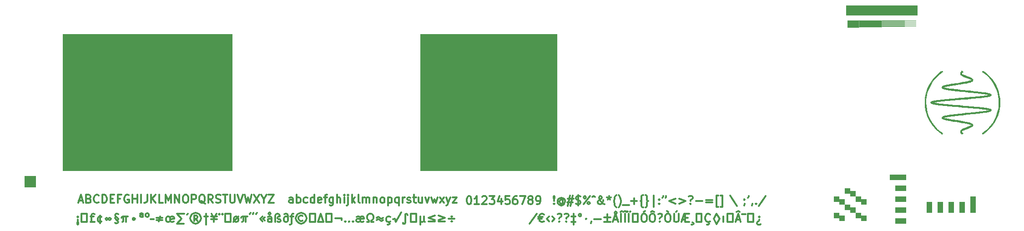
<source format=gbr>
%TF.GenerationSoftware,KiCad,Pcbnew,(5.1.9-0-10_14)*%
%TF.CreationDate,2024-01-14T18:13:30-08:00*%
%TF.ProjectId,Palette,50616c65-7474-4652-9e6b-696361645f70,rev?*%
%TF.SameCoordinates,Original*%
%TF.FileFunction,Soldermask,Top*%
%TF.FilePolarity,Negative*%
%FSLAX46Y46*%
G04 Gerber Fmt 4.6, Leading zero omitted, Abs format (unit mm)*
G04 Created by KiCad (PCBNEW (5.1.9-0-10_14)) date 2024-01-14 18:13:30*
%MOMM*%
%LPD*%
G01*
G04 APERTURE LIST*
%ADD10C,0.100000*%
%ADD11C,0.300000*%
%ADD12C,0.010000*%
G04 APERTURE END LIST*
D10*
G36*
X67310000Y-92456000D02*
G01*
X65278000Y-92456000D01*
X65278000Y-90424000D01*
X67310000Y-90424000D01*
X67310000Y-92456000D01*
G37*
X67310000Y-92456000D02*
X65278000Y-92456000D01*
X65278000Y-90424000D01*
X67310000Y-90424000D01*
X67310000Y-92456000D01*
D11*
X160562285Y-97405142D02*
X159276571Y-99333714D01*
X160848000Y-98405142D02*
X161490857Y-98405142D01*
X160848000Y-98048000D02*
X161705142Y-98048000D01*
X161919428Y-98833714D02*
X161848000Y-98905142D01*
X161633714Y-98976571D01*
X161490857Y-98976571D01*
X161276571Y-98905142D01*
X161133714Y-98762285D01*
X161062285Y-98619428D01*
X160990857Y-98333714D01*
X160990857Y-98119428D01*
X161062285Y-97833714D01*
X161133714Y-97690857D01*
X161276571Y-97548000D01*
X161490857Y-97476571D01*
X161633714Y-97476571D01*
X161848000Y-97548000D01*
X161919428Y-97619428D01*
X162919428Y-97976571D02*
X162490857Y-98405142D01*
X162919428Y-98833714D01*
X163490857Y-97976571D02*
X163919428Y-98405142D01*
X163490857Y-98833714D01*
X164776571Y-98833714D02*
X164848000Y-98905142D01*
X164776571Y-98976571D01*
X164705142Y-98905142D01*
X164776571Y-98833714D01*
X164776571Y-98976571D01*
X164490857Y-97548000D02*
X164633714Y-97476571D01*
X164990857Y-97476571D01*
X165133714Y-97548000D01*
X165205142Y-97690857D01*
X165205142Y-97833714D01*
X165133714Y-97976571D01*
X165062285Y-98048000D01*
X164919428Y-98119428D01*
X164848000Y-98190857D01*
X164776571Y-98333714D01*
X164776571Y-98405142D01*
X166062285Y-98833714D02*
X166133714Y-98905142D01*
X166062285Y-98976571D01*
X165990857Y-98905142D01*
X166062285Y-98833714D01*
X166062285Y-98976571D01*
X165776571Y-97548000D02*
X165919428Y-97476571D01*
X166276571Y-97476571D01*
X166419428Y-97548000D01*
X166490857Y-97690857D01*
X166490857Y-97833714D01*
X166419428Y-97976571D01*
X166348000Y-98048000D01*
X166205142Y-98119428D01*
X166133714Y-98190857D01*
X166062285Y-98333714D01*
X166062285Y-98405142D01*
X167062285Y-98976571D02*
X167776571Y-98976571D01*
X167062285Y-97976571D02*
X167776571Y-97976571D01*
X167419428Y-97476571D02*
X167419428Y-99476571D01*
X168633714Y-97476571D02*
X168490857Y-97548000D01*
X168419428Y-97690857D01*
X168490857Y-97833714D01*
X168633714Y-97905142D01*
X168776571Y-97833714D01*
X168848000Y-97690857D01*
X168776571Y-97548000D01*
X168633714Y-97476571D01*
X169776571Y-98333714D02*
X169705142Y-98405142D01*
X169776571Y-98476571D01*
X169848000Y-98405142D01*
X169776571Y-98333714D01*
X169776571Y-98476571D01*
X170776571Y-98905142D02*
X170776571Y-98976571D01*
X170705142Y-99119428D01*
X170633714Y-99190857D01*
X171276571Y-98476571D02*
X172562285Y-98476571D01*
X173133714Y-98119428D02*
X174276571Y-98119428D01*
X173705142Y-98690857D02*
X173705142Y-97548000D01*
X174276571Y-98976571D02*
X173133714Y-98976571D01*
X174919428Y-98548000D02*
X175633714Y-98548000D01*
X174776571Y-98976571D02*
X175276571Y-97476571D01*
X175776571Y-98976571D01*
X175276571Y-97476571D02*
X175133714Y-97405142D01*
X175062285Y-97262285D01*
X175133714Y-97119428D01*
X175276571Y-97048000D01*
X175419428Y-97119428D01*
X175490857Y-97262285D01*
X175419428Y-97405142D01*
X175276571Y-97476571D01*
X176276571Y-98976571D02*
X176276571Y-97476571D01*
X176419428Y-96905142D02*
X176205142Y-97119428D01*
X176990857Y-98976571D02*
X176990857Y-97476571D01*
X176705142Y-97119428D02*
X176990857Y-96905142D01*
X177276571Y-97119428D01*
X177705142Y-98976571D02*
X177705142Y-97476571D01*
X177419428Y-96976571D02*
X177490857Y-97048000D01*
X177419428Y-97119428D01*
X177348000Y-97048000D01*
X177419428Y-96976571D01*
X177419428Y-97119428D01*
X177990857Y-96976571D02*
X178062285Y-97048000D01*
X177990857Y-97119428D01*
X177919428Y-97048000D01*
X177990857Y-96976571D01*
X177990857Y-97119428D01*
X178419428Y-98976571D02*
X178419428Y-97476571D01*
X179419428Y-97476571D01*
X179419428Y-98976571D01*
X178419428Y-98976571D01*
X180419428Y-97476571D02*
X180705142Y-97476571D01*
X180848000Y-97548000D01*
X180990857Y-97690857D01*
X181062285Y-97976571D01*
X181062285Y-98476571D01*
X180990857Y-98762285D01*
X180848000Y-98905142D01*
X180705142Y-98976571D01*
X180419428Y-98976571D01*
X180276571Y-98905142D01*
X180133714Y-98762285D01*
X180062285Y-98476571D01*
X180062285Y-97976571D01*
X180133714Y-97690857D01*
X180276571Y-97548000D01*
X180419428Y-97476571D01*
X180705142Y-96905142D02*
X180490857Y-97119428D01*
X181990857Y-97476571D02*
X182276571Y-97476571D01*
X182419428Y-97548000D01*
X182562285Y-97690857D01*
X182633714Y-97976571D01*
X182633714Y-98476571D01*
X182562285Y-98762285D01*
X182419428Y-98905142D01*
X182276571Y-98976571D01*
X181990857Y-98976571D01*
X181848000Y-98905142D01*
X181705142Y-98762285D01*
X181633714Y-98476571D01*
X181633714Y-97976571D01*
X181705142Y-97690857D01*
X181848000Y-97548000D01*
X181990857Y-97476571D01*
X181848000Y-97119428D02*
X182133714Y-96905142D01*
X182419428Y-97119428D01*
X183490857Y-98833714D02*
X183562285Y-98905142D01*
X183490857Y-98976571D01*
X183419428Y-98905142D01*
X183490857Y-98833714D01*
X183490857Y-98976571D01*
X183205142Y-97548000D02*
X183348000Y-97476571D01*
X183705142Y-97476571D01*
X183848000Y-97548000D01*
X183919428Y-97690857D01*
X183919428Y-97833714D01*
X183848000Y-97976571D01*
X183776571Y-98048000D01*
X183633714Y-98119428D01*
X183562285Y-98190857D01*
X183490857Y-98333714D01*
X183490857Y-98405142D01*
X184848000Y-97476571D02*
X185133714Y-97476571D01*
X185276571Y-97548000D01*
X185419428Y-97690857D01*
X185490857Y-97976571D01*
X185490857Y-98476571D01*
X185419428Y-98762285D01*
X185276571Y-98905142D01*
X185133714Y-98976571D01*
X184848000Y-98976571D01*
X184705142Y-98905142D01*
X184562285Y-98762285D01*
X184490857Y-98476571D01*
X184490857Y-97976571D01*
X184562285Y-97690857D01*
X184705142Y-97548000D01*
X184848000Y-97476571D01*
X184848000Y-96905142D02*
X185062285Y-97119428D01*
X186133714Y-97476571D02*
X186133714Y-98690857D01*
X186205142Y-98833714D01*
X186276571Y-98905142D01*
X186419428Y-98976571D01*
X186705142Y-98976571D01*
X186848000Y-98905142D01*
X186919428Y-98833714D01*
X186990857Y-98690857D01*
X186990857Y-97476571D01*
X186705142Y-96905142D02*
X186490857Y-97119428D01*
X187633714Y-98548000D02*
X188205142Y-98548000D01*
X188205142Y-98190857D02*
X188705142Y-98190857D01*
X187490857Y-98976571D02*
X187990857Y-97476571D01*
X188919428Y-97476571D01*
X188205142Y-97476571D02*
X188205142Y-98976571D01*
X188919428Y-98976571D01*
X189562285Y-99048000D02*
X189705142Y-99119428D01*
X189776571Y-99262285D01*
X189705142Y-99405142D01*
X189562285Y-99476571D01*
X189348000Y-99476571D01*
X190276571Y-98976571D02*
X190276571Y-97476571D01*
X191276571Y-97476571D01*
X191276571Y-98976571D01*
X190276571Y-98976571D01*
X192848000Y-98833714D02*
X192776571Y-98905142D01*
X192562285Y-98976571D01*
X192419428Y-98976571D01*
X192205142Y-98905142D01*
X192062285Y-98762285D01*
X191990857Y-98619428D01*
X191919428Y-98333714D01*
X191919428Y-98119428D01*
X191990857Y-97833714D01*
X192062285Y-97690857D01*
X192205142Y-97548000D01*
X192419428Y-97476571D01*
X192562285Y-97476571D01*
X192776571Y-97548000D01*
X192848000Y-97619428D01*
X192490857Y-99048000D02*
X192633714Y-99119428D01*
X192705142Y-99262285D01*
X192633714Y-99405142D01*
X192490857Y-99476571D01*
X192276571Y-99476571D01*
X194062285Y-99405142D02*
X193490857Y-98405142D01*
X194062285Y-97476571D01*
X194633714Y-98405142D01*
X194062285Y-99405142D01*
X195348000Y-98976571D02*
X195348000Y-97976571D01*
X196062285Y-98976571D02*
X196062285Y-97476571D01*
X197062285Y-97476571D01*
X197062285Y-98976571D01*
X196062285Y-98976571D01*
X197705142Y-98548000D02*
X198419428Y-98548000D01*
X197562285Y-98976571D02*
X198062285Y-97476571D01*
X198562285Y-98976571D01*
X197776571Y-97119428D02*
X198062285Y-96905142D01*
X198348000Y-97119428D01*
X198776571Y-97548000D02*
X199490857Y-97548000D01*
X199919428Y-98976571D02*
X199919428Y-97476571D01*
X200919428Y-97476571D01*
X200919428Y-98976571D01*
X199919428Y-98976571D01*
X201990857Y-98119428D02*
X201919428Y-98048000D01*
X201990857Y-97976571D01*
X202062285Y-98048000D01*
X201990857Y-98119428D01*
X201990857Y-97976571D01*
X202276571Y-99405142D02*
X202133714Y-99476571D01*
X201776571Y-99476571D01*
X201633714Y-99405142D01*
X201562285Y-99262285D01*
X201562285Y-99119428D01*
X201633714Y-98976571D01*
X201705142Y-98905142D01*
X201848000Y-98833714D01*
X201919428Y-98762285D01*
X201990857Y-98619428D01*
X201990857Y-98548000D01*
X75364857Y-94992000D02*
X76079142Y-94992000D01*
X75222000Y-95420571D02*
X75722000Y-93920571D01*
X76222000Y-95420571D01*
X77222000Y-94634857D02*
X77436285Y-94706285D01*
X77507714Y-94777714D01*
X77579142Y-94920571D01*
X77579142Y-95134857D01*
X77507714Y-95277714D01*
X77436285Y-95349142D01*
X77293428Y-95420571D01*
X76722000Y-95420571D01*
X76722000Y-93920571D01*
X77222000Y-93920571D01*
X77364857Y-93992000D01*
X77436285Y-94063428D01*
X77507714Y-94206285D01*
X77507714Y-94349142D01*
X77436285Y-94492000D01*
X77364857Y-94563428D01*
X77222000Y-94634857D01*
X76722000Y-94634857D01*
X79079142Y-95277714D02*
X79007714Y-95349142D01*
X78793428Y-95420571D01*
X78650571Y-95420571D01*
X78436285Y-95349142D01*
X78293428Y-95206285D01*
X78222000Y-95063428D01*
X78150571Y-94777714D01*
X78150571Y-94563428D01*
X78222000Y-94277714D01*
X78293428Y-94134857D01*
X78436285Y-93992000D01*
X78650571Y-93920571D01*
X78793428Y-93920571D01*
X79007714Y-93992000D01*
X79079142Y-94063428D01*
X79722000Y-95420571D02*
X79722000Y-93920571D01*
X80079142Y-93920571D01*
X80293428Y-93992000D01*
X80436285Y-94134857D01*
X80507714Y-94277714D01*
X80579142Y-94563428D01*
X80579142Y-94777714D01*
X80507714Y-95063428D01*
X80436285Y-95206285D01*
X80293428Y-95349142D01*
X80079142Y-95420571D01*
X79722000Y-95420571D01*
X81222000Y-94634857D02*
X81722000Y-94634857D01*
X81936285Y-95420571D02*
X81222000Y-95420571D01*
X81222000Y-93920571D01*
X81936285Y-93920571D01*
X83079142Y-94634857D02*
X82579142Y-94634857D01*
X82579142Y-95420571D02*
X82579142Y-93920571D01*
X83293428Y-93920571D01*
X84650571Y-93992000D02*
X84507714Y-93920571D01*
X84293428Y-93920571D01*
X84079142Y-93992000D01*
X83936285Y-94134857D01*
X83864857Y-94277714D01*
X83793428Y-94563428D01*
X83793428Y-94777714D01*
X83864857Y-95063428D01*
X83936285Y-95206285D01*
X84079142Y-95349142D01*
X84293428Y-95420571D01*
X84436285Y-95420571D01*
X84650571Y-95349142D01*
X84722000Y-95277714D01*
X84722000Y-94777714D01*
X84436285Y-94777714D01*
X85364857Y-95420571D02*
X85364857Y-93920571D01*
X85364857Y-94634857D02*
X86222000Y-94634857D01*
X86222000Y-95420571D02*
X86222000Y-93920571D01*
X86936285Y-95420571D02*
X86936285Y-93920571D01*
X88079142Y-93920571D02*
X88079142Y-94992000D01*
X88007714Y-95206285D01*
X87864857Y-95349142D01*
X87650571Y-95420571D01*
X87507714Y-95420571D01*
X88793428Y-95420571D02*
X88793428Y-93920571D01*
X89650571Y-95420571D02*
X89007714Y-94563428D01*
X89650571Y-93920571D02*
X88793428Y-94777714D01*
X91007714Y-95420571D02*
X90293428Y-95420571D01*
X90293428Y-93920571D01*
X91507714Y-95420571D02*
X91507714Y-93920571D01*
X92007714Y-94992000D01*
X92507714Y-93920571D01*
X92507714Y-95420571D01*
X93222000Y-95420571D02*
X93222000Y-93920571D01*
X94079142Y-95420571D01*
X94079142Y-93920571D01*
X95079142Y-93920571D02*
X95364857Y-93920571D01*
X95507714Y-93992000D01*
X95650571Y-94134857D01*
X95722000Y-94420571D01*
X95722000Y-94920571D01*
X95650571Y-95206285D01*
X95507714Y-95349142D01*
X95364857Y-95420571D01*
X95079142Y-95420571D01*
X94936285Y-95349142D01*
X94793428Y-95206285D01*
X94722000Y-94920571D01*
X94722000Y-94420571D01*
X94793428Y-94134857D01*
X94936285Y-93992000D01*
X95079142Y-93920571D01*
X96364857Y-95420571D02*
X96364857Y-93920571D01*
X96936285Y-93920571D01*
X97079142Y-93992000D01*
X97150571Y-94063428D01*
X97222000Y-94206285D01*
X97222000Y-94420571D01*
X97150571Y-94563428D01*
X97079142Y-94634857D01*
X96936285Y-94706285D01*
X96364857Y-94706285D01*
X98864857Y-95563428D02*
X98722000Y-95492000D01*
X98579142Y-95349142D01*
X98364857Y-95134857D01*
X98222000Y-95063428D01*
X98079142Y-95063428D01*
X98150571Y-95420571D02*
X98007714Y-95349142D01*
X97864857Y-95206285D01*
X97793428Y-94920571D01*
X97793428Y-94420571D01*
X97864857Y-94134857D01*
X98007714Y-93992000D01*
X98150571Y-93920571D01*
X98436285Y-93920571D01*
X98579142Y-93992000D01*
X98722000Y-94134857D01*
X98793428Y-94420571D01*
X98793428Y-94920571D01*
X98722000Y-95206285D01*
X98579142Y-95349142D01*
X98436285Y-95420571D01*
X98150571Y-95420571D01*
X100293428Y-95420571D02*
X99793428Y-94706285D01*
X99436285Y-95420571D02*
X99436285Y-93920571D01*
X100007714Y-93920571D01*
X100150571Y-93992000D01*
X100222000Y-94063428D01*
X100293428Y-94206285D01*
X100293428Y-94420571D01*
X100222000Y-94563428D01*
X100150571Y-94634857D01*
X100007714Y-94706285D01*
X99436285Y-94706285D01*
X100864857Y-95349142D02*
X101079142Y-95420571D01*
X101436285Y-95420571D01*
X101579142Y-95349142D01*
X101650571Y-95277714D01*
X101722000Y-95134857D01*
X101722000Y-94992000D01*
X101650571Y-94849142D01*
X101579142Y-94777714D01*
X101436285Y-94706285D01*
X101150571Y-94634857D01*
X101007714Y-94563428D01*
X100936285Y-94492000D01*
X100864857Y-94349142D01*
X100864857Y-94206285D01*
X100936285Y-94063428D01*
X101007714Y-93992000D01*
X101150571Y-93920571D01*
X101507714Y-93920571D01*
X101722000Y-93992000D01*
X102150571Y-93920571D02*
X103007714Y-93920571D01*
X102579142Y-95420571D02*
X102579142Y-93920571D01*
X103507714Y-93920571D02*
X103507714Y-95134857D01*
X103579142Y-95277714D01*
X103650571Y-95349142D01*
X103793428Y-95420571D01*
X104079142Y-95420571D01*
X104222000Y-95349142D01*
X104293428Y-95277714D01*
X104364857Y-95134857D01*
X104364857Y-93920571D01*
X104864857Y-93920571D02*
X105364857Y-95420571D01*
X105864857Y-93920571D01*
X106222000Y-93920571D02*
X106579142Y-95420571D01*
X106864857Y-94349142D01*
X107150571Y-95420571D01*
X107507714Y-93920571D01*
X107936285Y-93920571D02*
X108936285Y-95420571D01*
X108936285Y-93920571D02*
X107936285Y-95420571D01*
X109793428Y-94706285D02*
X109793428Y-95420571D01*
X109293428Y-93920571D02*
X109793428Y-94706285D01*
X110293428Y-93920571D01*
X110650571Y-93920571D02*
X111650571Y-93920571D01*
X110650571Y-95420571D01*
X111650571Y-95420571D01*
X163816571Y-95531714D02*
X163888000Y-95603142D01*
X163816571Y-95674571D01*
X163745142Y-95603142D01*
X163816571Y-95531714D01*
X163816571Y-95674571D01*
X163816571Y-95103142D02*
X163745142Y-94246000D01*
X163816571Y-94174571D01*
X163888000Y-94246000D01*
X163816571Y-95103142D01*
X163816571Y-94174571D01*
X165459428Y-94960285D02*
X165388000Y-94888857D01*
X165245142Y-94817428D01*
X165102285Y-94817428D01*
X164959428Y-94888857D01*
X164888000Y-94960285D01*
X164816571Y-95103142D01*
X164816571Y-95246000D01*
X164888000Y-95388857D01*
X164959428Y-95460285D01*
X165102285Y-95531714D01*
X165245142Y-95531714D01*
X165388000Y-95460285D01*
X165459428Y-95388857D01*
X165459428Y-94817428D02*
X165459428Y-95388857D01*
X165530857Y-95460285D01*
X165602285Y-95460285D01*
X165745142Y-95388857D01*
X165816571Y-95246000D01*
X165816571Y-94888857D01*
X165673714Y-94674571D01*
X165459428Y-94531714D01*
X165173714Y-94460285D01*
X164888000Y-94531714D01*
X164673714Y-94674571D01*
X164530857Y-94888857D01*
X164459428Y-95174571D01*
X164530857Y-95460285D01*
X164673714Y-95674571D01*
X164888000Y-95817428D01*
X165173714Y-95888857D01*
X165459428Y-95817428D01*
X165673714Y-95674571D01*
X166388000Y-94674571D02*
X167459428Y-94674571D01*
X166816571Y-94031714D02*
X166388000Y-95960285D01*
X167316571Y-95317428D02*
X166245142Y-95317428D01*
X166888000Y-95960285D02*
X167316571Y-94031714D01*
X167888000Y-95603142D02*
X168102285Y-95674571D01*
X168459428Y-95674571D01*
X168602285Y-95603142D01*
X168673714Y-95531714D01*
X168745142Y-95388857D01*
X168745142Y-95246000D01*
X168673714Y-95103142D01*
X168602285Y-95031714D01*
X168459428Y-94960285D01*
X168173714Y-94888857D01*
X168030857Y-94817428D01*
X167959428Y-94746000D01*
X167888000Y-94603142D01*
X167888000Y-94460285D01*
X167959428Y-94317428D01*
X168030857Y-94246000D01*
X168173714Y-94174571D01*
X168530857Y-94174571D01*
X168745142Y-94246000D01*
X168316571Y-93960285D02*
X168316571Y-95888857D01*
X169316571Y-95674571D02*
X170459428Y-94174571D01*
X169530857Y-94174571D02*
X169673714Y-94246000D01*
X169745142Y-94388857D01*
X169673714Y-94531714D01*
X169530857Y-94603142D01*
X169388000Y-94531714D01*
X169316571Y-94388857D01*
X169388000Y-94246000D01*
X169530857Y-94174571D01*
X170388000Y-95603142D02*
X170459428Y-95460285D01*
X170388000Y-95317428D01*
X170245142Y-95246000D01*
X170102285Y-95317428D01*
X170030857Y-95460285D01*
X170102285Y-95603142D01*
X170245142Y-95674571D01*
X170388000Y-95603142D01*
X170888000Y-94317428D02*
X171173714Y-94103142D01*
X171459428Y-94317428D01*
X173173714Y-95674571D02*
X173102285Y-95674571D01*
X172959428Y-95603142D01*
X172745142Y-95388857D01*
X172388000Y-94960285D01*
X172245142Y-94746000D01*
X172173714Y-94531714D01*
X172173714Y-94388857D01*
X172245142Y-94246000D01*
X172388000Y-94174571D01*
X172459428Y-94174571D01*
X172602285Y-94246000D01*
X172673714Y-94388857D01*
X172673714Y-94460285D01*
X172602285Y-94603142D01*
X172530857Y-94674571D01*
X172102285Y-94960285D01*
X172030857Y-95031714D01*
X171959428Y-95174571D01*
X171959428Y-95388857D01*
X172030857Y-95531714D01*
X172102285Y-95603142D01*
X172245142Y-95674571D01*
X172459428Y-95674571D01*
X172602285Y-95603142D01*
X172673714Y-95531714D01*
X172888000Y-95246000D01*
X172959428Y-95031714D01*
X172959428Y-94888857D01*
X174030857Y-94174571D02*
X174030857Y-94531714D01*
X173673714Y-94388857D02*
X174030857Y-94531714D01*
X174388000Y-94388857D01*
X173816571Y-94817428D02*
X174030857Y-94531714D01*
X174245142Y-94817428D01*
X175388000Y-96246000D02*
X175316571Y-96174571D01*
X175173714Y-95960285D01*
X175102285Y-95817428D01*
X175030857Y-95603142D01*
X174959428Y-95246000D01*
X174959428Y-94960285D01*
X175030857Y-94603142D01*
X175102285Y-94388857D01*
X175173714Y-94246000D01*
X175316571Y-94031714D01*
X175388000Y-93960285D01*
X175816571Y-96246000D02*
X175888000Y-96174571D01*
X176030857Y-95960285D01*
X176102285Y-95817428D01*
X176173714Y-95603142D01*
X176245142Y-95246000D01*
X176245142Y-94960285D01*
X176173714Y-94603142D01*
X176102285Y-94388857D01*
X176030857Y-94246000D01*
X175888000Y-94031714D01*
X175816571Y-93960285D01*
X176602285Y-95817428D02*
X177745142Y-95817428D01*
X178102285Y-95103142D02*
X179245142Y-95103142D01*
X178673714Y-95674571D02*
X178673714Y-94531714D01*
X180388000Y-96246000D02*
X180316571Y-96246000D01*
X180173714Y-96174571D01*
X180102285Y-96031714D01*
X180102285Y-95317428D01*
X180030857Y-95174571D01*
X179888000Y-95103142D01*
X180030857Y-95031714D01*
X180102285Y-94888857D01*
X180102285Y-94174571D01*
X180173714Y-94031714D01*
X180316571Y-93960285D01*
X180388000Y-93960285D01*
X180816571Y-96246000D02*
X180888000Y-96246000D01*
X181030857Y-96174571D01*
X181102285Y-96031714D01*
X181102285Y-95317428D01*
X181173714Y-95174571D01*
X181316571Y-95103142D01*
X181173714Y-95031714D01*
X181102285Y-94888857D01*
X181102285Y-94174571D01*
X181030857Y-94031714D01*
X180888000Y-93960285D01*
X180816571Y-93960285D01*
X182316571Y-96174571D02*
X182316571Y-94031714D01*
X183388000Y-95531714D02*
X183459428Y-95603142D01*
X183388000Y-95674571D01*
X183316571Y-95603142D01*
X183388000Y-95531714D01*
X183388000Y-95674571D01*
X183388000Y-94746000D02*
X183459428Y-94817428D01*
X183388000Y-94888857D01*
X183316571Y-94817428D01*
X183388000Y-94746000D01*
X183388000Y-94888857D01*
X184102285Y-94174571D02*
X184102285Y-94246000D01*
X184030857Y-94388857D01*
X183959428Y-94460285D01*
X184673714Y-94174571D02*
X184673714Y-94246000D01*
X184602285Y-94388857D01*
X184530857Y-94460285D01*
X186388000Y-94674571D02*
X185245142Y-95103142D01*
X186388000Y-95531714D01*
X187102285Y-94674571D02*
X188245142Y-95103142D01*
X187102285Y-95531714D01*
X189173714Y-95531714D02*
X189245142Y-95603142D01*
X189173714Y-95674571D01*
X189102285Y-95603142D01*
X189173714Y-95531714D01*
X189173714Y-95674571D01*
X188888000Y-94246000D02*
X189030857Y-94174571D01*
X189388000Y-94174571D01*
X189530857Y-94246000D01*
X189602285Y-94388857D01*
X189602285Y-94531714D01*
X189530857Y-94674571D01*
X189459428Y-94746000D01*
X189316571Y-94817428D01*
X189245142Y-94888857D01*
X189173714Y-95031714D01*
X189173714Y-95103142D01*
X190245142Y-95103142D02*
X191388000Y-95103142D01*
X192102285Y-94888857D02*
X193245142Y-94888857D01*
X193245142Y-95317428D02*
X192102285Y-95317428D01*
X194388000Y-96174571D02*
X194030857Y-96174571D01*
X194030857Y-94031714D01*
X194388000Y-94031714D01*
X194816571Y-96174571D02*
X195173714Y-96174571D01*
X195173714Y-94031714D01*
X194816571Y-94031714D01*
X196602285Y-94031714D02*
X197888000Y-95960285D01*
X199316571Y-95603142D02*
X199316571Y-95674571D01*
X199245142Y-95817428D01*
X199173714Y-95888857D01*
X199245142Y-94746000D02*
X199316571Y-94817428D01*
X199245142Y-94888857D01*
X199173714Y-94817428D01*
X199245142Y-94746000D01*
X199245142Y-94888857D01*
X200030857Y-94174571D02*
X200030857Y-94246000D01*
X199959428Y-94388857D01*
X199888000Y-94460285D01*
X200745142Y-95603142D02*
X200745142Y-95674571D01*
X200673714Y-95817428D01*
X200602285Y-95888857D01*
X201388000Y-95531714D02*
X201459428Y-95603142D01*
X201388000Y-95674571D01*
X201316571Y-95603142D01*
X201388000Y-95531714D01*
X201388000Y-95674571D01*
X203173714Y-94103142D02*
X201888000Y-96031714D01*
X75164571Y-98119428D02*
X75093142Y-98048000D01*
X75164571Y-97976571D01*
X75236000Y-98048000D01*
X75164571Y-98119428D01*
X75164571Y-97976571D01*
X75164571Y-98548000D02*
X75236000Y-99405142D01*
X75164571Y-99476571D01*
X75093142Y-99405142D01*
X75164571Y-98548000D01*
X75164571Y-99476571D01*
X75878857Y-98976571D02*
X75878857Y-97476571D01*
X76878857Y-97476571D01*
X76878857Y-98976571D01*
X75878857Y-98976571D01*
X77521714Y-97976571D02*
X78093142Y-97976571D01*
X77521714Y-98976571D02*
X78307428Y-98976571D01*
X77736000Y-98976571D02*
X77736000Y-97690857D01*
X77807428Y-97548000D01*
X77950285Y-97476571D01*
X78164571Y-97476571D01*
X78307428Y-97548000D01*
X79593142Y-98905142D02*
X79450285Y-98976571D01*
X79164571Y-98976571D01*
X79021714Y-98905142D01*
X78950285Y-98833714D01*
X78878857Y-98690857D01*
X78878857Y-98262285D01*
X78950285Y-98119428D01*
X79021714Y-98048000D01*
X79164571Y-97976571D01*
X79450285Y-97976571D01*
X79593142Y-98048000D01*
X79307428Y-97762285D02*
X79307428Y-99190857D01*
X80950285Y-98262285D02*
X81093142Y-98190857D01*
X81236000Y-98262285D01*
X81307428Y-98405142D01*
X81236000Y-98548000D01*
X81093142Y-98619428D01*
X80950285Y-98548000D01*
X80664571Y-98262285D01*
X80521714Y-98190857D01*
X80378857Y-98262285D01*
X80307428Y-98405142D01*
X80378857Y-98548000D01*
X80521714Y-98619428D01*
X80664571Y-98548000D01*
X80950285Y-98262285D01*
X82093142Y-99119428D02*
X82236000Y-99190857D01*
X82450285Y-99190857D01*
X82593142Y-99119428D01*
X82664571Y-98976571D01*
X82593142Y-98833714D01*
X82164571Y-98405142D01*
X82093142Y-98262285D01*
X82093142Y-98190857D01*
X82164571Y-98048000D01*
X82307428Y-97976571D01*
X82664571Y-97548000D02*
X82521714Y-97476571D01*
X82307428Y-97476571D01*
X82164571Y-97548000D01*
X82093142Y-97690857D01*
X82164571Y-97833714D01*
X82593142Y-98262285D01*
X82664571Y-98405142D01*
X82664571Y-98476571D01*
X82593142Y-98619428D01*
X82450285Y-98690857D01*
X84164571Y-97976571D02*
X84164571Y-98976571D01*
X83664571Y-97976571D02*
X83664571Y-98762285D01*
X83593142Y-98905142D01*
X83450285Y-98976571D01*
X84450285Y-97976571D02*
X83521714Y-97976571D01*
X83378857Y-98048000D01*
X83307428Y-98190857D01*
X85450285Y-98262285D02*
X85450285Y-98548000D01*
X85521714Y-98548000D02*
X85521714Y-98262285D01*
X85593142Y-98190857D02*
X85593142Y-98619428D01*
X85664571Y-98548000D02*
X85664571Y-98262285D01*
X85736000Y-98262285D02*
X85736000Y-98548000D01*
X85450285Y-98476571D02*
X85593142Y-98619428D01*
X85736000Y-98476571D01*
X85450285Y-98333714D02*
X85593142Y-98190857D01*
X85736000Y-98333714D01*
X85450285Y-98262285D02*
X85593142Y-98190857D01*
X85736000Y-98262285D01*
X85807428Y-98405142D01*
X85736000Y-98548000D01*
X85593142Y-98619428D01*
X85450285Y-98548000D01*
X85378857Y-98405142D01*
X85450285Y-98262285D01*
X86807428Y-97405142D02*
X86950285Y-97333714D01*
X87093142Y-97333714D01*
X87236000Y-97405142D01*
X87307428Y-97548000D01*
X87307428Y-98048000D01*
X87307428Y-97976571D02*
X87164571Y-98048000D01*
X86950285Y-98048000D01*
X86807428Y-97976571D01*
X86736000Y-97833714D01*
X86807428Y-97690857D01*
X86950285Y-97619428D01*
X87307428Y-97619428D01*
X88021714Y-98048000D02*
X87878857Y-97976571D01*
X87807428Y-97833714D01*
X87807428Y-97548000D01*
X87878857Y-97405142D01*
X88021714Y-97333714D01*
X88164571Y-97333714D01*
X88307428Y-97405142D01*
X88378857Y-97548000D01*
X88378857Y-97833714D01*
X88307428Y-97976571D01*
X88164571Y-98048000D01*
X88021714Y-98048000D01*
X89307428Y-98476571D02*
X88736000Y-98476571D01*
X89807428Y-98190857D02*
X90950285Y-98190857D01*
X90521714Y-97976571D02*
X90236000Y-98833714D01*
X90950285Y-98619428D02*
X89807428Y-98619428D01*
X93021714Y-98905142D02*
X92878857Y-98976571D01*
X92593142Y-98976571D01*
X92450285Y-98905142D01*
X92378857Y-98762285D01*
X92378857Y-98190857D01*
X92450285Y-98048000D01*
X92593142Y-97976571D01*
X92878857Y-97976571D01*
X93021714Y-98048000D01*
X93093142Y-98190857D01*
X93093142Y-98333714D01*
X92378857Y-98476571D01*
X92378857Y-98262285D02*
X92307428Y-98119428D01*
X92236000Y-98048000D01*
X92093142Y-97976571D01*
X91878857Y-97976571D01*
X91736000Y-98048000D01*
X91664571Y-98119428D01*
X91593142Y-98262285D01*
X91593142Y-98690857D01*
X91664571Y-98833714D01*
X91736000Y-98905142D01*
X91878857Y-98976571D01*
X92093142Y-98976571D01*
X92236000Y-98905142D01*
X92307428Y-98833714D01*
X92378857Y-98690857D01*
X94878857Y-99333714D02*
X93664571Y-99333714D01*
X94450285Y-98405142D01*
X93664571Y-97476571D01*
X94950285Y-97476571D01*
X95664571Y-97405142D02*
X95450285Y-97619428D01*
X97450285Y-98762285D02*
X97093142Y-98333714D01*
X96807428Y-98762285D02*
X96807428Y-97762285D01*
X97236000Y-97762285D01*
X97378857Y-97833714D01*
X97450285Y-97976571D01*
X97450285Y-98119428D01*
X97378857Y-98262285D01*
X97236000Y-98333714D01*
X96807428Y-98333714D01*
X97093142Y-97262285D02*
X96736000Y-97333714D01*
X96378857Y-97548000D01*
X96164571Y-97905142D01*
X96093142Y-98262285D01*
X96164571Y-98619428D01*
X96378857Y-98976571D01*
X96736000Y-99190857D01*
X97093142Y-99262285D01*
X97450285Y-99190857D01*
X97807428Y-98976571D01*
X98021714Y-98619428D01*
X98093142Y-98262285D01*
X98021714Y-97905142D01*
X97807428Y-97548000D01*
X97450285Y-97333714D01*
X97093142Y-97262285D01*
X98664571Y-97976571D02*
X99378857Y-97976571D01*
X99021714Y-97476571D02*
X99021714Y-99476571D01*
X99950285Y-98476571D02*
X101093142Y-98476571D01*
X99950285Y-97976571D02*
X101093142Y-97976571D01*
X100521714Y-98262285D02*
X100521714Y-98976571D01*
X100021714Y-97476571D02*
X100521714Y-98262285D01*
X101021714Y-97476571D01*
X101521714Y-97476571D02*
X101593142Y-97548000D01*
X101521714Y-97619428D01*
X101450285Y-97548000D01*
X101521714Y-97476571D01*
X101521714Y-97619428D01*
X102093142Y-97476571D02*
X102164571Y-97548000D01*
X102093142Y-97619428D01*
X102021714Y-97548000D01*
X102093142Y-97476571D01*
X102093142Y-97619428D01*
X102593142Y-98976571D02*
X102593142Y-97476571D01*
X103593142Y-97476571D01*
X103593142Y-98976571D01*
X102593142Y-98976571D01*
X105093142Y-97976571D02*
X104164571Y-98976571D01*
X104521714Y-98976571D02*
X104378857Y-98905142D01*
X104307428Y-98833714D01*
X104236000Y-98690857D01*
X104236000Y-98262285D01*
X104307428Y-98119428D01*
X104378857Y-98048000D01*
X104521714Y-97976571D01*
X104736000Y-97976571D01*
X104878857Y-98048000D01*
X104950285Y-98119428D01*
X105021714Y-98262285D01*
X105021714Y-98690857D01*
X104950285Y-98833714D01*
X104878857Y-98905142D01*
X104736000Y-98976571D01*
X104521714Y-98976571D01*
X106450285Y-97976571D02*
X106450285Y-98976571D01*
X105950285Y-97976571D02*
X105950285Y-98762285D01*
X105878857Y-98905142D01*
X105736000Y-98976571D01*
X106736000Y-97976571D02*
X105807428Y-97976571D01*
X105664571Y-98048000D01*
X105593142Y-98190857D01*
X107736000Y-97548000D02*
X107736000Y-97476571D01*
X107807428Y-97333714D01*
X107878857Y-97262285D01*
X107164571Y-97548000D02*
X107164571Y-97476571D01*
X107236000Y-97333714D01*
X107307428Y-97262285D01*
X108378857Y-97548000D02*
X108378857Y-97476571D01*
X108450285Y-97333714D01*
X108521714Y-97262285D01*
X109521714Y-97976571D02*
X109093142Y-98405142D01*
X109521714Y-98833714D01*
X109950285Y-98690857D02*
X109664571Y-98405142D01*
X109950285Y-98119428D01*
X111235999Y-98976571D02*
X111235999Y-98190857D01*
X111164571Y-98048000D01*
X111021714Y-97976571D01*
X110735999Y-97976571D01*
X110593142Y-98048000D01*
X111235999Y-98905142D02*
X111093142Y-98976571D01*
X110735999Y-98976571D01*
X110593142Y-98905142D01*
X110521714Y-98762285D01*
X110521714Y-98619428D01*
X110593142Y-98476571D01*
X110735999Y-98405142D01*
X111093142Y-98405142D01*
X111235999Y-98333714D01*
X110878857Y-97619428D02*
X110735999Y-97548000D01*
X110664571Y-97405142D01*
X110735999Y-97262285D01*
X110878857Y-97190857D01*
X111021714Y-97262285D01*
X111093142Y-97405142D01*
X111021714Y-97548000D01*
X110878857Y-97619428D01*
X111950285Y-98976571D02*
X111950285Y-97762285D01*
X112021714Y-97619428D01*
X112093142Y-97548000D01*
X112235999Y-97476571D01*
X112450285Y-97476571D01*
X112593142Y-97548000D01*
X112664571Y-97619428D01*
X112735999Y-97762285D01*
X112735999Y-97976571D01*
X112521714Y-97976571D01*
X112378857Y-98048000D01*
X112307428Y-98190857D01*
X112307428Y-98262285D01*
X112378857Y-98405142D01*
X112521714Y-98476571D01*
X112735999Y-98476571D01*
X112878857Y-98548000D01*
X112950285Y-98690857D01*
X112950285Y-98762285D01*
X112878857Y-98905142D01*
X112735999Y-98976571D01*
X112450285Y-98976571D01*
X112307428Y-98905142D01*
X114307428Y-98119428D02*
X114235999Y-98048000D01*
X114093142Y-97976571D01*
X113807428Y-97976571D01*
X113664571Y-98048000D01*
X113593142Y-98119428D01*
X113521714Y-98262285D01*
X113521714Y-98690857D01*
X113593142Y-98833714D01*
X113664571Y-98905142D01*
X113807428Y-98976571D01*
X114021714Y-98976571D01*
X114164571Y-98905142D01*
X114235999Y-98833714D01*
X114307428Y-98690857D01*
X114307428Y-97762285D01*
X114235999Y-97619428D01*
X114164571Y-97548000D01*
X114021714Y-97476571D01*
X113735999Y-97476571D01*
X113593142Y-97548000D01*
X114735999Y-97976571D02*
X115307428Y-97976571D01*
X114950285Y-98976571D02*
X114950285Y-97690857D01*
X115021714Y-97548000D01*
X115164571Y-97476571D01*
X115307428Y-97476571D01*
X114950285Y-98976571D02*
X114950285Y-99262285D01*
X114878857Y-99405142D01*
X114735999Y-99476571D01*
X114593142Y-99476571D01*
X117021714Y-97833714D02*
X116878857Y-97762285D01*
X116593142Y-97762285D01*
X116450285Y-97833714D01*
X116307428Y-97976571D01*
X116235999Y-98119428D01*
X116235999Y-98405142D01*
X116307428Y-98548000D01*
X116450285Y-98690857D01*
X116593142Y-98762285D01*
X116878857Y-98762285D01*
X117021714Y-98690857D01*
X116735999Y-97262285D02*
X116378857Y-97333714D01*
X116021714Y-97548000D01*
X115807428Y-97905142D01*
X115735999Y-98262285D01*
X115807428Y-98619428D01*
X116021714Y-98976571D01*
X116378857Y-99190857D01*
X116735999Y-99262285D01*
X117093142Y-99190857D01*
X117450285Y-98976571D01*
X117664571Y-98619428D01*
X117735999Y-98262285D01*
X117664571Y-97905142D01*
X117450285Y-97548000D01*
X117093142Y-97333714D01*
X116735999Y-97262285D01*
X118378857Y-98976571D02*
X118378857Y-97476571D01*
X119378857Y-97476571D01*
X119378857Y-98976571D01*
X118378857Y-98976571D01*
X119878857Y-98976571D02*
X120378857Y-97476571D01*
X120878857Y-98976571D01*
X119878857Y-98976571D01*
X121378857Y-98976571D02*
X121378857Y-97476571D01*
X122378857Y-97476571D01*
X122378857Y-98976571D01*
X121378857Y-98976571D01*
X123093142Y-98262285D02*
X124236000Y-98262285D01*
X124236000Y-98619428D01*
X124950285Y-98833714D02*
X125021714Y-98905142D01*
X124950285Y-98976571D01*
X124878857Y-98905142D01*
X124950285Y-98833714D01*
X124950285Y-98976571D01*
X125664571Y-98833714D02*
X125736000Y-98905142D01*
X125664571Y-98976571D01*
X125593142Y-98905142D01*
X125664571Y-98833714D01*
X125664571Y-98976571D01*
X126378857Y-98833714D02*
X126450285Y-98905142D01*
X126378857Y-98976571D01*
X126307428Y-98905142D01*
X126378857Y-98833714D01*
X126378857Y-98976571D01*
X127093142Y-98048000D02*
X127236000Y-97976571D01*
X127521714Y-97976571D01*
X127664571Y-98048000D01*
X127736000Y-98190857D01*
X128378857Y-98905142D02*
X128236000Y-98976571D01*
X127950285Y-98976571D01*
X127807428Y-98905142D01*
X127736000Y-98762285D01*
X127736000Y-98190857D01*
X127807428Y-98048000D01*
X127950285Y-97976571D01*
X128236000Y-97976571D01*
X128378857Y-98048000D01*
X128450285Y-98190857D01*
X128450285Y-98333714D01*
X127736000Y-98405142D01*
X127236000Y-98405142D01*
X127093142Y-98476571D01*
X127021714Y-98619428D01*
X127021714Y-98762285D01*
X127093142Y-98905142D01*
X127236000Y-98976571D01*
X127521714Y-98976571D01*
X127664571Y-98905142D01*
X127736000Y-98762285D01*
X129021714Y-98976571D02*
X129378857Y-98976571D01*
X129378857Y-98690857D01*
X129236000Y-98619428D01*
X129093142Y-98476571D01*
X129021714Y-98262285D01*
X129021714Y-97905142D01*
X129093142Y-97690857D01*
X129236000Y-97548000D01*
X129450285Y-97476571D01*
X129736000Y-97476571D01*
X129950285Y-97548000D01*
X130093142Y-97690857D01*
X130164571Y-97905142D01*
X130164571Y-98262285D01*
X130093142Y-98476571D01*
X129950285Y-98619428D01*
X129807428Y-98690857D01*
X129807428Y-98976571D01*
X130164571Y-98976571D01*
X130807428Y-98619428D02*
X130878857Y-98548000D01*
X131093142Y-98476571D01*
X131307428Y-98548000D01*
X131450285Y-98690857D01*
X131664571Y-98762285D01*
X131878857Y-98690857D01*
X131950285Y-98619428D01*
X130807428Y-98190857D02*
X130878857Y-98119428D01*
X131093142Y-98048000D01*
X131307428Y-98119428D01*
X131450285Y-98262285D01*
X131664571Y-98333714D01*
X131878857Y-98262285D01*
X131950285Y-98190857D01*
X133307428Y-98905142D02*
X133164571Y-98976571D01*
X132878857Y-98976571D01*
X132736000Y-98905142D01*
X132664571Y-98833714D01*
X132593142Y-98690857D01*
X132593142Y-98262285D01*
X132664571Y-98119428D01*
X132736000Y-98048000D01*
X132878857Y-97976571D01*
X133164571Y-97976571D01*
X133307428Y-98048000D01*
X133021714Y-99048000D02*
X133164571Y-99119428D01*
X133236000Y-99262285D01*
X133164571Y-99405142D01*
X133021714Y-99476571D01*
X132807428Y-99476571D01*
X133878857Y-98476571D02*
X134164571Y-98405142D01*
X134307428Y-98976571D01*
X135378857Y-97190857D01*
X135664571Y-99119428D02*
X135736000Y-99262285D01*
X135878857Y-99333714D01*
X136021714Y-99262285D01*
X136093142Y-99119428D01*
X136093142Y-97690857D01*
X136164571Y-97548000D01*
X136307428Y-97476571D01*
X136450285Y-97548000D01*
X136521714Y-97690857D01*
X137164571Y-98976571D02*
X137164571Y-97476571D01*
X138164571Y-97476571D01*
X138164571Y-98976571D01*
X137164571Y-98976571D01*
X138878857Y-97976571D02*
X138878857Y-99476571D01*
X139593142Y-98762285D02*
X139664571Y-98905142D01*
X139807428Y-98976571D01*
X138878857Y-98762285D02*
X138950285Y-98905142D01*
X139093142Y-98976571D01*
X139378857Y-98976571D01*
X139521714Y-98905142D01*
X139593142Y-98762285D01*
X139593142Y-97976571D01*
X141593142Y-98905142D02*
X140450285Y-98905142D01*
X141593142Y-98619428D02*
X140450285Y-98190857D01*
X141593142Y-97762285D01*
X142307428Y-98905142D02*
X143450285Y-98905142D01*
X142307428Y-98619428D02*
X143450285Y-98190857D01*
X142307428Y-97762285D01*
X145307428Y-98405142D02*
X144164571Y-98405142D01*
X144736000Y-98762285D02*
X144807428Y-98833714D01*
X144736000Y-98905142D01*
X144664571Y-98833714D01*
X144736000Y-98762285D01*
X144736000Y-98905142D01*
X144736000Y-97905142D02*
X144807428Y-97976571D01*
X144736000Y-98048000D01*
X144664571Y-97976571D01*
X144736000Y-97905142D01*
X144736000Y-98048000D01*
X115190857Y-95420571D02*
X115190857Y-94634857D01*
X115119428Y-94492000D01*
X114976571Y-94420571D01*
X114690857Y-94420571D01*
X114547999Y-94492000D01*
X115190857Y-95349142D02*
X115047999Y-95420571D01*
X114690857Y-95420571D01*
X114547999Y-95349142D01*
X114476571Y-95206285D01*
X114476571Y-95063428D01*
X114547999Y-94920571D01*
X114690857Y-94849142D01*
X115047999Y-94849142D01*
X115190857Y-94777714D01*
X115905142Y-95420571D02*
X115905142Y-93920571D01*
X115905142Y-94492000D02*
X116047999Y-94420571D01*
X116333714Y-94420571D01*
X116476571Y-94492000D01*
X116547999Y-94563428D01*
X116619428Y-94706285D01*
X116619428Y-95134857D01*
X116547999Y-95277714D01*
X116476571Y-95349142D01*
X116333714Y-95420571D01*
X116047999Y-95420571D01*
X115905142Y-95349142D01*
X117905142Y-95349142D02*
X117762285Y-95420571D01*
X117476571Y-95420571D01*
X117333714Y-95349142D01*
X117262285Y-95277714D01*
X117190857Y-95134857D01*
X117190857Y-94706285D01*
X117262285Y-94563428D01*
X117333714Y-94492000D01*
X117476571Y-94420571D01*
X117762285Y-94420571D01*
X117905142Y-94492000D01*
X119190857Y-95420571D02*
X119190857Y-93920571D01*
X119190857Y-95349142D02*
X119047999Y-95420571D01*
X118762285Y-95420571D01*
X118619428Y-95349142D01*
X118547999Y-95277714D01*
X118476571Y-95134857D01*
X118476571Y-94706285D01*
X118547999Y-94563428D01*
X118619428Y-94492000D01*
X118762285Y-94420571D01*
X119047999Y-94420571D01*
X119190857Y-94492000D01*
X120476571Y-95349142D02*
X120333714Y-95420571D01*
X120047999Y-95420571D01*
X119905142Y-95349142D01*
X119833714Y-95206285D01*
X119833714Y-94634857D01*
X119905142Y-94492000D01*
X120047999Y-94420571D01*
X120333714Y-94420571D01*
X120476571Y-94492000D01*
X120547999Y-94634857D01*
X120547999Y-94777714D01*
X119833714Y-94920571D01*
X120976571Y-94420571D02*
X121547999Y-94420571D01*
X121190857Y-95420571D02*
X121190857Y-94134857D01*
X121262285Y-93992000D01*
X121405142Y-93920571D01*
X121547999Y-93920571D01*
X122690857Y-94420571D02*
X122690857Y-95634857D01*
X122619428Y-95777714D01*
X122547999Y-95849142D01*
X122405142Y-95920571D01*
X122190857Y-95920571D01*
X122047999Y-95849142D01*
X122690857Y-95349142D02*
X122547999Y-95420571D01*
X122262285Y-95420571D01*
X122119428Y-95349142D01*
X122047999Y-95277714D01*
X121976571Y-95134857D01*
X121976571Y-94706285D01*
X122047999Y-94563428D01*
X122119428Y-94492000D01*
X122262285Y-94420571D01*
X122547999Y-94420571D01*
X122690857Y-94492000D01*
X123405142Y-95420571D02*
X123405142Y-93920571D01*
X124047999Y-95420571D02*
X124047999Y-94634857D01*
X123976571Y-94492000D01*
X123833714Y-94420571D01*
X123619428Y-94420571D01*
X123476571Y-94492000D01*
X123405142Y-94563428D01*
X124762285Y-95420571D02*
X124762285Y-94420571D01*
X124762285Y-93920571D02*
X124690857Y-93992000D01*
X124762285Y-94063428D01*
X124833714Y-93992000D01*
X124762285Y-93920571D01*
X124762285Y-94063428D01*
X125476571Y-94420571D02*
X125476571Y-95706285D01*
X125405142Y-95849142D01*
X125262285Y-95920571D01*
X125190857Y-95920571D01*
X125476571Y-93920571D02*
X125405142Y-93992000D01*
X125476571Y-94063428D01*
X125547999Y-93992000D01*
X125476571Y-93920571D01*
X125476571Y-94063428D01*
X126190857Y-95420571D02*
X126190857Y-93920571D01*
X126333714Y-94849142D02*
X126762285Y-95420571D01*
X126762285Y-94420571D02*
X126190857Y-94992000D01*
X127619428Y-95420571D02*
X127476571Y-95349142D01*
X127405142Y-95206285D01*
X127405142Y-93920571D01*
X128190857Y-95420571D02*
X128190857Y-94420571D01*
X128190857Y-94563428D02*
X128262285Y-94492000D01*
X128405142Y-94420571D01*
X128619428Y-94420571D01*
X128762285Y-94492000D01*
X128833714Y-94634857D01*
X128833714Y-95420571D01*
X128833714Y-94634857D02*
X128905142Y-94492000D01*
X129047999Y-94420571D01*
X129262285Y-94420571D01*
X129405142Y-94492000D01*
X129476571Y-94634857D01*
X129476571Y-95420571D01*
X130190857Y-94420571D02*
X130190857Y-95420571D01*
X130190857Y-94563428D02*
X130262285Y-94492000D01*
X130405142Y-94420571D01*
X130619428Y-94420571D01*
X130762285Y-94492000D01*
X130833714Y-94634857D01*
X130833714Y-95420571D01*
X131762285Y-95420571D02*
X131619428Y-95349142D01*
X131548000Y-95277714D01*
X131476571Y-95134857D01*
X131476571Y-94706285D01*
X131548000Y-94563428D01*
X131619428Y-94492000D01*
X131762285Y-94420571D01*
X131976571Y-94420571D01*
X132119428Y-94492000D01*
X132190857Y-94563428D01*
X132262285Y-94706285D01*
X132262285Y-95134857D01*
X132190857Y-95277714D01*
X132119428Y-95349142D01*
X131976571Y-95420571D01*
X131762285Y-95420571D01*
X132905142Y-94420571D02*
X132905142Y-95920571D01*
X132905142Y-94492000D02*
X133048000Y-94420571D01*
X133333714Y-94420571D01*
X133476571Y-94492000D01*
X133548000Y-94563428D01*
X133619428Y-94706285D01*
X133619428Y-95134857D01*
X133548000Y-95277714D01*
X133476571Y-95349142D01*
X133333714Y-95420571D01*
X133048000Y-95420571D01*
X132905142Y-95349142D01*
X134905142Y-94420571D02*
X134905142Y-95920571D01*
X134905142Y-95349142D02*
X134762285Y-95420571D01*
X134476571Y-95420571D01*
X134333714Y-95349142D01*
X134262285Y-95277714D01*
X134190857Y-95134857D01*
X134190857Y-94706285D01*
X134262285Y-94563428D01*
X134333714Y-94492000D01*
X134476571Y-94420571D01*
X134762285Y-94420571D01*
X134905142Y-94492000D01*
X135619428Y-95420571D02*
X135619428Y-94420571D01*
X135619428Y-94706285D02*
X135690857Y-94563428D01*
X135762285Y-94492000D01*
X135905142Y-94420571D01*
X136048000Y-94420571D01*
X136476571Y-95349142D02*
X136619428Y-95420571D01*
X136905142Y-95420571D01*
X137048000Y-95349142D01*
X137119428Y-95206285D01*
X137119428Y-95134857D01*
X137048000Y-94992000D01*
X136905142Y-94920571D01*
X136690857Y-94920571D01*
X136548000Y-94849142D01*
X136476571Y-94706285D01*
X136476571Y-94634857D01*
X136548000Y-94492000D01*
X136690857Y-94420571D01*
X136905142Y-94420571D01*
X137048000Y-94492000D01*
X137548000Y-94420571D02*
X138119428Y-94420571D01*
X137762285Y-93920571D02*
X137762285Y-95206285D01*
X137833714Y-95349142D01*
X137976571Y-95420571D01*
X138119428Y-95420571D01*
X139262285Y-94420571D02*
X139262285Y-95420571D01*
X138619428Y-94420571D02*
X138619428Y-95206285D01*
X138690857Y-95349142D01*
X138833714Y-95420571D01*
X139048000Y-95420571D01*
X139190857Y-95349142D01*
X139262285Y-95277714D01*
X139833714Y-94420571D02*
X140190857Y-95420571D01*
X140548000Y-94420571D01*
X140976571Y-94420571D02*
X141262285Y-95420571D01*
X141548000Y-94706285D01*
X141833714Y-95420571D01*
X142119428Y-94420571D01*
X142548000Y-95420571D02*
X143333714Y-94420571D01*
X142548000Y-94420571D02*
X143333714Y-95420571D01*
X143762285Y-94420571D02*
X144119428Y-95420571D01*
X144476571Y-94420571D02*
X144119428Y-95420571D01*
X143976571Y-95777714D01*
X143905142Y-95849142D01*
X143762285Y-95920571D01*
X144905142Y-94420571D02*
X145690857Y-94420571D01*
X144905142Y-95420571D01*
X145690857Y-95420571D01*
X147932000Y-94174571D02*
X148074857Y-94174571D01*
X148217714Y-94246000D01*
X148289142Y-94317428D01*
X148360571Y-94460285D01*
X148432000Y-94746000D01*
X148432000Y-95103142D01*
X148360571Y-95388857D01*
X148289142Y-95531714D01*
X148217714Y-95603142D01*
X148074857Y-95674571D01*
X147932000Y-95674571D01*
X147789142Y-95603142D01*
X147717714Y-95531714D01*
X147646285Y-95388857D01*
X147574857Y-95103142D01*
X147574857Y-94746000D01*
X147646285Y-94460285D01*
X147717714Y-94317428D01*
X147789142Y-94246000D01*
X147932000Y-94174571D01*
X149860571Y-95674571D02*
X149003428Y-95674571D01*
X149432000Y-95674571D02*
X149432000Y-94174571D01*
X149289142Y-94388857D01*
X149146285Y-94531714D01*
X149003428Y-94603142D01*
X150432000Y-94317428D02*
X150503428Y-94246000D01*
X150646285Y-94174571D01*
X151003428Y-94174571D01*
X151146285Y-94246000D01*
X151217714Y-94317428D01*
X151289142Y-94460285D01*
X151289142Y-94603142D01*
X151217714Y-94817428D01*
X150360571Y-95674571D01*
X151289142Y-95674571D01*
X151789142Y-94174571D02*
X152717714Y-94174571D01*
X152217714Y-94746000D01*
X152432000Y-94746000D01*
X152574857Y-94817428D01*
X152646285Y-94888857D01*
X152717714Y-95031714D01*
X152717714Y-95388857D01*
X152646285Y-95531714D01*
X152574857Y-95603142D01*
X152432000Y-95674571D01*
X152003428Y-95674571D01*
X151860571Y-95603142D01*
X151789142Y-95531714D01*
X154003428Y-94674571D02*
X154003428Y-95674571D01*
X153646285Y-94103142D02*
X153289142Y-95174571D01*
X154217714Y-95174571D01*
X155503428Y-94174571D02*
X154789142Y-94174571D01*
X154717714Y-94888857D01*
X154789142Y-94817428D01*
X154932000Y-94746000D01*
X155289142Y-94746000D01*
X155432000Y-94817428D01*
X155503428Y-94888857D01*
X155574857Y-95031714D01*
X155574857Y-95388857D01*
X155503428Y-95531714D01*
X155432000Y-95603142D01*
X155289142Y-95674571D01*
X154932000Y-95674571D01*
X154789142Y-95603142D01*
X154717714Y-95531714D01*
X156860571Y-94174571D02*
X156574857Y-94174571D01*
X156432000Y-94246000D01*
X156360571Y-94317428D01*
X156217714Y-94531714D01*
X156146285Y-94817428D01*
X156146285Y-95388857D01*
X156217714Y-95531714D01*
X156289142Y-95603142D01*
X156432000Y-95674571D01*
X156717714Y-95674571D01*
X156860571Y-95603142D01*
X156932000Y-95531714D01*
X157003428Y-95388857D01*
X157003428Y-95031714D01*
X156932000Y-94888857D01*
X156860571Y-94817428D01*
X156717714Y-94746000D01*
X156432000Y-94746000D01*
X156289142Y-94817428D01*
X156217714Y-94888857D01*
X156146285Y-95031714D01*
X157503428Y-94174571D02*
X158503428Y-94174571D01*
X157860571Y-95674571D01*
X159289142Y-94817428D02*
X159146285Y-94746000D01*
X159074857Y-94674571D01*
X159003428Y-94531714D01*
X159003428Y-94460285D01*
X159074857Y-94317428D01*
X159146285Y-94246000D01*
X159289142Y-94174571D01*
X159574857Y-94174571D01*
X159717714Y-94246000D01*
X159789142Y-94317428D01*
X159860571Y-94460285D01*
X159860571Y-94531714D01*
X159789142Y-94674571D01*
X159717714Y-94746000D01*
X159574857Y-94817428D01*
X159289142Y-94817428D01*
X159146285Y-94888857D01*
X159074857Y-94960285D01*
X159003428Y-95103142D01*
X159003428Y-95388857D01*
X159074857Y-95531714D01*
X159146285Y-95603142D01*
X159289142Y-95674571D01*
X159574857Y-95674571D01*
X159717714Y-95603142D01*
X159789142Y-95531714D01*
X159860571Y-95388857D01*
X159860571Y-95103142D01*
X159789142Y-94960285D01*
X159717714Y-94888857D01*
X159574857Y-94817428D01*
X160574857Y-95674571D02*
X160860571Y-95674571D01*
X161003428Y-95603142D01*
X161074857Y-95531714D01*
X161217714Y-95317428D01*
X161289142Y-95031714D01*
X161289142Y-94460285D01*
X161217714Y-94317428D01*
X161146285Y-94246000D01*
X161003428Y-94174571D01*
X160717714Y-94174571D01*
X160574857Y-94246000D01*
X160503428Y-94317428D01*
X160432000Y-94460285D01*
X160432000Y-94817428D01*
X160503428Y-94960285D01*
X160574857Y-95031714D01*
X160717714Y-95103142D01*
X161003428Y-95103142D01*
X161146285Y-95031714D01*
X161217714Y-94960285D01*
X161289142Y-94817428D01*
D10*
G36*
X229362000Y-99314000D02*
G01*
X227330000Y-99314000D01*
X227330000Y-98298000D01*
X229362000Y-98298000D01*
X229362000Y-99314000D01*
G37*
G36*
X228346000Y-91186000D02*
G01*
X226314000Y-91186000D01*
X226314000Y-90170000D01*
X228346000Y-90170000D01*
X228346000Y-91186000D01*
G37*
G36*
X229362000Y-91186000D02*
G01*
X227330000Y-91186000D01*
X227330000Y-90170000D01*
X229362000Y-90170000D01*
X229362000Y-91186000D01*
G37*
G36*
X229362000Y-95250000D02*
G01*
X227330000Y-95250000D01*
X227330000Y-94234000D01*
X229362000Y-94234000D01*
X229362000Y-95250000D01*
G37*
G36*
X229362000Y-93218000D02*
G01*
X227330000Y-93218000D01*
X227330000Y-92202000D01*
X229362000Y-92202000D01*
X229362000Y-93218000D01*
G37*
G36*
X229362000Y-97282000D02*
G01*
X227330000Y-97282000D01*
X227330000Y-96266000D01*
X229362000Y-96266000D01*
X229362000Y-97282000D01*
G37*
G36*
X242316000Y-96266000D02*
G01*
X241300000Y-96266000D01*
X241300000Y-94234000D01*
X242316000Y-94234000D01*
X242316000Y-96266000D01*
G37*
G36*
X242316000Y-97282000D02*
G01*
X241300000Y-97282000D01*
X241300000Y-95250000D01*
X242316000Y-95250000D01*
X242316000Y-97282000D01*
G37*
G36*
X240284000Y-97282000D02*
G01*
X239268000Y-97282000D01*
X239268000Y-95250000D01*
X240284000Y-95250000D01*
X240284000Y-97282000D01*
G37*
G36*
X238252000Y-97282000D02*
G01*
X237236000Y-97282000D01*
X237236000Y-95250000D01*
X238252000Y-95250000D01*
X238252000Y-97282000D01*
G37*
G36*
X236220000Y-97282000D02*
G01*
X235204000Y-97282000D01*
X235204000Y-95250000D01*
X236220000Y-95250000D01*
X236220000Y-97282000D01*
G37*
G36*
X234188000Y-97282000D02*
G01*
X233172000Y-97282000D01*
X233172000Y-95250000D01*
X234188000Y-95250000D01*
X234188000Y-97282000D01*
G37*
G36*
X217932000Y-95758000D02*
G01*
X216916000Y-95758000D01*
X216916000Y-94742000D01*
X217932000Y-94742000D01*
X217932000Y-95758000D01*
G37*
G36*
X220980000Y-95250000D02*
G01*
X219964000Y-95250000D01*
X219964000Y-94234000D01*
X220980000Y-94234000D01*
X220980000Y-95250000D01*
G37*
G36*
X221996000Y-95758000D02*
G01*
X220980000Y-95758000D01*
X220980000Y-94742000D01*
X221996000Y-94742000D01*
X221996000Y-95758000D01*
G37*
G36*
X216916000Y-95250000D02*
G01*
X215900000Y-95250000D01*
X215900000Y-94234000D01*
X216916000Y-94234000D01*
X216916000Y-95250000D01*
G37*
G36*
X219964000Y-94234000D02*
G01*
X218948000Y-94234000D01*
X218948000Y-93218000D01*
X219964000Y-93218000D01*
X219964000Y-94234000D01*
G37*
G36*
X218948000Y-93726000D02*
G01*
X217932000Y-93726000D01*
X217932000Y-92710000D01*
X218948000Y-92710000D01*
X218948000Y-93726000D01*
G37*
G36*
X216916000Y-98298000D02*
G01*
X215900000Y-98298000D01*
X215900000Y-97282000D01*
X216916000Y-97282000D01*
X216916000Y-98298000D01*
G37*
G36*
X217932000Y-98806000D02*
G01*
X216916000Y-98806000D01*
X216916000Y-97790000D01*
X217932000Y-97790000D01*
X217932000Y-98806000D01*
G37*
G36*
X221996000Y-98806000D02*
G01*
X220980000Y-98806000D01*
X220980000Y-97790000D01*
X221996000Y-97790000D01*
X221996000Y-98806000D01*
G37*
G36*
X220980000Y-98298000D02*
G01*
X219964000Y-98298000D01*
X219964000Y-97282000D01*
X220980000Y-97282000D01*
X220980000Y-98298000D01*
G37*
G36*
X219964000Y-97282000D02*
G01*
X218948000Y-97282000D01*
X218948000Y-96266000D01*
X219964000Y-96266000D01*
X219964000Y-97282000D01*
G37*
G36*
X218948000Y-96774000D02*
G01*
X217932000Y-96774000D01*
X217932000Y-95758000D01*
X218948000Y-95758000D01*
X218948000Y-96774000D01*
G37*
D12*
G36*
X218440000Y-61976000D02*
G01*
X218440000Y-61722000D01*
X231140000Y-61722000D01*
X218440000Y-61976000D01*
G37*
X218440000Y-61976000D02*
X218440000Y-61722000D01*
X231140000Y-61722000D01*
X218440000Y-61976000D01*
G36*
X218440000Y-62484000D02*
G01*
X218440000Y-62230000D01*
X231140000Y-62230000D01*
X218440000Y-62484000D01*
G37*
X218440000Y-62484000D02*
X218440000Y-62230000D01*
X231140000Y-62230000D01*
X218440000Y-62484000D01*
G36*
X218440000Y-62738000D02*
G01*
X218440000Y-62484000D01*
X231140000Y-62484000D01*
X218440000Y-62738000D01*
G37*
X218440000Y-62738000D02*
X218440000Y-62484000D01*
X231140000Y-62484000D01*
X218440000Y-62738000D01*
G36*
X218440000Y-62230000D02*
G01*
X218440000Y-61976000D01*
X231140000Y-61976000D01*
X218440000Y-62230000D01*
G37*
X218440000Y-62230000D02*
X218440000Y-61976000D01*
X231140000Y-61976000D01*
X218440000Y-62230000D01*
G36*
X218440000Y-61722000D02*
G01*
X218440000Y-61468000D01*
X231140000Y-61468000D01*
X218440000Y-61722000D01*
G37*
X218440000Y-61722000D02*
X218440000Y-61468000D01*
X231140000Y-61468000D01*
X218440000Y-61722000D01*
D10*
G36*
X231394000Y-60452000D02*
G01*
X218186000Y-60452000D01*
X218186000Y-58674000D01*
X231394000Y-58674000D01*
X231394000Y-60452000D01*
G37*
X231394000Y-60452000D02*
X218186000Y-60452000D01*
X218186000Y-58674000D01*
X231394000Y-58674000D01*
X231394000Y-60452000D01*
G36*
X103886000Y-89408000D02*
G01*
X72390000Y-89408000D01*
X72390000Y-64008000D01*
X103886000Y-64008000D01*
X103886000Y-89408000D01*
G37*
X103886000Y-89408000D02*
X72390000Y-89408000D01*
X72390000Y-64008000D01*
X103886000Y-64008000D01*
X103886000Y-89408000D01*
G36*
X164338000Y-89408000D02*
G01*
X138938000Y-89408000D01*
X138938000Y-64008000D01*
X164338000Y-64008000D01*
X164338000Y-89408000D01*
G37*
X164338000Y-89408000D02*
X138938000Y-89408000D01*
X138938000Y-64008000D01*
X164338000Y-64008000D01*
X164338000Y-89408000D01*
D12*
%TO.C,G\u002A\u002A\u002A*%
G36*
X243487984Y-82396105D02*
G01*
X243488971Y-82395547D01*
X243541339Y-82362203D01*
X243623784Y-82305105D01*
X243726232Y-82231620D01*
X243838606Y-82149115D01*
X243950833Y-82064957D01*
X244052838Y-81986514D01*
X244106700Y-81943842D01*
X244249618Y-81821229D01*
X244413128Y-81668457D01*
X244587188Y-81495894D01*
X244761760Y-81313907D01*
X244926804Y-81132867D01*
X245072281Y-80963139D01*
X245148100Y-80868329D01*
X245484162Y-80392542D01*
X245776719Y-79893581D01*
X246024963Y-79374642D01*
X246228087Y-78838926D01*
X246385282Y-78289631D01*
X246495741Y-77729954D01*
X246558657Y-77163095D01*
X246573222Y-76592251D01*
X246538628Y-76020623D01*
X246479973Y-75593519D01*
X246357963Y-75025669D01*
X246189581Y-74473138D01*
X245976714Y-73938962D01*
X245721251Y-73426180D01*
X245425080Y-72937829D01*
X245090089Y-72476946D01*
X244718167Y-72046568D01*
X244311202Y-71649734D01*
X243871082Y-71289480D01*
X243748810Y-71200299D01*
X243653367Y-71132842D01*
X243571175Y-71075567D01*
X243512308Y-71035447D01*
X243489025Y-71020524D01*
X243472828Y-70998706D01*
X243483841Y-70957746D01*
X243510382Y-70908817D01*
X243535157Y-70867971D01*
X243557772Y-70843093D01*
X243585755Y-70836448D01*
X243626635Y-70850304D01*
X243687939Y-70886928D01*
X243777196Y-70948586D01*
X243875677Y-71018810D01*
X244337020Y-71379062D01*
X244764077Y-71775433D01*
X245155196Y-72205109D01*
X245508723Y-72665278D01*
X245823008Y-73153126D01*
X246096397Y-73665840D01*
X246327238Y-74200607D01*
X246513878Y-74754614D01*
X246654667Y-75325047D01*
X246747914Y-75908789D01*
X246758726Y-76029058D01*
X246767815Y-76184033D01*
X246775013Y-76362940D01*
X246780154Y-76555007D01*
X246783074Y-76749459D01*
X246783604Y-76935522D01*
X246781579Y-77102422D01*
X246776833Y-77239385D01*
X246769849Y-77330300D01*
X246720009Y-77707026D01*
X246663667Y-78040647D01*
X246599557Y-78338586D01*
X246594573Y-78359000D01*
X246426346Y-78938244D01*
X246212915Y-79494986D01*
X245955401Y-80027573D01*
X245654925Y-80534353D01*
X245312608Y-81013672D01*
X244929571Y-81463877D01*
X244506935Y-81883315D01*
X244045821Y-82270333D01*
X243837004Y-82425646D01*
X243740601Y-82493966D01*
X243659668Y-82549819D01*
X243602807Y-82587373D01*
X243578725Y-82600800D01*
X243558057Y-82581259D01*
X243522800Y-82532190D01*
X243507880Y-82508794D01*
X243474283Y-82448882D01*
X243468427Y-82415968D01*
X243487984Y-82396105D01*
G37*
X243487984Y-82396105D02*
X243488971Y-82395547D01*
X243541339Y-82362203D01*
X243623784Y-82305105D01*
X243726232Y-82231620D01*
X243838606Y-82149115D01*
X243950833Y-82064957D01*
X244052838Y-81986514D01*
X244106700Y-81943842D01*
X244249618Y-81821229D01*
X244413128Y-81668457D01*
X244587188Y-81495894D01*
X244761760Y-81313907D01*
X244926804Y-81132867D01*
X245072281Y-80963139D01*
X245148100Y-80868329D01*
X245484162Y-80392542D01*
X245776719Y-79893581D01*
X246024963Y-79374642D01*
X246228087Y-78838926D01*
X246385282Y-78289631D01*
X246495741Y-77729954D01*
X246558657Y-77163095D01*
X246573222Y-76592251D01*
X246538628Y-76020623D01*
X246479973Y-75593519D01*
X246357963Y-75025669D01*
X246189581Y-74473138D01*
X245976714Y-73938962D01*
X245721251Y-73426180D01*
X245425080Y-72937829D01*
X245090089Y-72476946D01*
X244718167Y-72046568D01*
X244311202Y-71649734D01*
X243871082Y-71289480D01*
X243748810Y-71200299D01*
X243653367Y-71132842D01*
X243571175Y-71075567D01*
X243512308Y-71035447D01*
X243489025Y-71020524D01*
X243472828Y-70998706D01*
X243483841Y-70957746D01*
X243510382Y-70908817D01*
X243535157Y-70867971D01*
X243557772Y-70843093D01*
X243585755Y-70836448D01*
X243626635Y-70850304D01*
X243687939Y-70886928D01*
X243777196Y-70948586D01*
X243875677Y-71018810D01*
X244337020Y-71379062D01*
X244764077Y-71775433D01*
X245155196Y-72205109D01*
X245508723Y-72665278D01*
X245823008Y-73153126D01*
X246096397Y-73665840D01*
X246327238Y-74200607D01*
X246513878Y-74754614D01*
X246654667Y-75325047D01*
X246747914Y-75908789D01*
X246758726Y-76029058D01*
X246767815Y-76184033D01*
X246775013Y-76362940D01*
X246780154Y-76555007D01*
X246783074Y-76749459D01*
X246783604Y-76935522D01*
X246781579Y-77102422D01*
X246776833Y-77239385D01*
X246769849Y-77330300D01*
X246720009Y-77707026D01*
X246663667Y-78040647D01*
X246599557Y-78338586D01*
X246594573Y-78359000D01*
X246426346Y-78938244D01*
X246212915Y-79494986D01*
X245955401Y-80027573D01*
X245654925Y-80534353D01*
X245312608Y-81013672D01*
X244929571Y-81463877D01*
X244506935Y-81883315D01*
X244045821Y-82270333D01*
X243837004Y-82425646D01*
X243740601Y-82493966D01*
X243659668Y-82549819D01*
X243602807Y-82587373D01*
X243578725Y-82600800D01*
X243558057Y-82581259D01*
X243522800Y-82532190D01*
X243507880Y-82508794D01*
X243474283Y-82448882D01*
X243468427Y-82415968D01*
X243487984Y-82396105D01*
G36*
X233873580Y-76630034D02*
G01*
X233919482Y-76570625D01*
X234001119Y-76518380D01*
X234123295Y-76470333D01*
X234290815Y-76423518D01*
X234315480Y-76417534D01*
X234453113Y-76387334D01*
X234615257Y-76356935D01*
X234804069Y-76326102D01*
X235021706Y-76294598D01*
X235270323Y-76262185D01*
X235552078Y-76228629D01*
X235869128Y-76193692D01*
X236223628Y-76157138D01*
X236617735Y-76118731D01*
X237053607Y-76078234D01*
X237533399Y-76035411D01*
X238059268Y-75990026D01*
X238633371Y-75941842D01*
X238721900Y-75934513D01*
X239330531Y-75884065D01*
X239890988Y-75837268D01*
X240405746Y-75793876D01*
X240877279Y-75753639D01*
X241308062Y-75716309D01*
X241700572Y-75681639D01*
X242057283Y-75649381D01*
X242380671Y-75619285D01*
X242673210Y-75591104D01*
X242937376Y-75564590D01*
X243175645Y-75539495D01*
X243390490Y-75515570D01*
X243584388Y-75492567D01*
X243759814Y-75470239D01*
X243919243Y-75448336D01*
X244065151Y-75426611D01*
X244200011Y-75404816D01*
X244326301Y-75382703D01*
X244440586Y-75361175D01*
X244549169Y-75340305D01*
X244638324Y-75323682D01*
X244696835Y-75313366D01*
X244713636Y-75311000D01*
X244728830Y-75291803D01*
X244729000Y-75288467D01*
X244704999Y-75275033D01*
X244637569Y-75255720D01*
X244533572Y-75231844D01*
X244399866Y-75204719D01*
X244243311Y-75175658D01*
X244070768Y-75145977D01*
X243889096Y-75116989D01*
X243705155Y-75090009D01*
X243662200Y-75084083D01*
X243445720Y-75055956D01*
X243179121Y-75023708D01*
X242862329Y-74987333D01*
X242495269Y-74946822D01*
X242077867Y-74902167D01*
X241610048Y-74853360D01*
X241091738Y-74800393D01*
X240614200Y-74752372D01*
X240038217Y-74694253D01*
X239510790Y-74639749D01*
X239029826Y-74588532D01*
X238593234Y-74540274D01*
X238198923Y-74494646D01*
X237844800Y-74451321D01*
X237528775Y-74409971D01*
X237248755Y-74370268D01*
X237002650Y-74331883D01*
X236788367Y-74294489D01*
X236603814Y-74257757D01*
X236446901Y-74221359D01*
X236315536Y-74184968D01*
X236207627Y-74148255D01*
X236121083Y-74110892D01*
X236053811Y-74072552D01*
X236003721Y-74032906D01*
X235999270Y-74028551D01*
X235933552Y-73942654D01*
X235917367Y-73861881D01*
X235950702Y-73780139D01*
X235998608Y-73723912D01*
X236052105Y-73680493D01*
X236126093Y-73638197D01*
X236223420Y-73596360D01*
X236346937Y-73554321D01*
X236499491Y-73511416D01*
X236683933Y-73466983D01*
X236903109Y-73420359D01*
X237159871Y-73370882D01*
X237457066Y-73317888D01*
X237797544Y-73260716D01*
X238184153Y-73198702D01*
X238404400Y-73164316D01*
X238850413Y-73094624D01*
X239249172Y-73030943D01*
X239603790Y-72972650D01*
X239917378Y-72919125D01*
X240193048Y-72869744D01*
X240433911Y-72823887D01*
X240643079Y-72780933D01*
X240823664Y-72740258D01*
X240978778Y-72701242D01*
X241111532Y-72663263D01*
X241225039Y-72625700D01*
X241322409Y-72587930D01*
X241350678Y-72575694D01*
X241490500Y-72513537D01*
X241422169Y-72454294D01*
X241361426Y-72415689D01*
X241252322Y-72363140D01*
X241095297Y-72296828D01*
X240890788Y-72216930D01*
X240639233Y-72123627D01*
X240423700Y-72046286D01*
X240137637Y-71938684D01*
X239900193Y-71835425D01*
X239709528Y-71734963D01*
X239563803Y-71635751D01*
X239461179Y-71536240D01*
X239399817Y-71434884D01*
X239377878Y-71330135D01*
X239393523Y-71220446D01*
X239404371Y-71188681D01*
X239444010Y-71111949D01*
X239505963Y-71020398D01*
X239571341Y-70940195D01*
X239695999Y-70802500D01*
X239791165Y-70896190D01*
X239886331Y-70989879D01*
X239791899Y-71094403D01*
X239712363Y-71189469D01*
X239669140Y-71261993D01*
X239658836Y-71321121D01*
X239678058Y-71375998D01*
X239683923Y-71385418D01*
X239734909Y-71433650D01*
X239830639Y-71493911D01*
X239967008Y-71564293D01*
X240139908Y-71642885D01*
X240345234Y-71727780D01*
X240578880Y-71817067D01*
X240728500Y-71871085D01*
X240992694Y-71967223D01*
X241211114Y-72053114D01*
X241387260Y-72130870D01*
X241524629Y-72202605D01*
X241626722Y-72270433D01*
X241697037Y-72336466D01*
X241739073Y-72402817D01*
X241756330Y-72471600D01*
X241757200Y-72492338D01*
X241747910Y-72563994D01*
X241718432Y-72631111D01*
X241666349Y-72694454D01*
X241589247Y-72754788D01*
X241484710Y-72812878D01*
X241350323Y-72869489D01*
X241183670Y-72925387D01*
X240982336Y-72981336D01*
X240743906Y-73038102D01*
X240465964Y-73096449D01*
X240146096Y-73157143D01*
X239781885Y-73220950D01*
X239370916Y-73288633D01*
X239115600Y-73329118D01*
X238712022Y-73392575D01*
X238354946Y-73449224D01*
X238040629Y-73499742D01*
X237765327Y-73544809D01*
X237525296Y-73585103D01*
X237316794Y-73621303D01*
X237136077Y-73654088D01*
X236979401Y-73684137D01*
X236843024Y-73712128D01*
X236723202Y-73738741D01*
X236616191Y-73764654D01*
X236518248Y-73790546D01*
X236427148Y-73816646D01*
X236238270Y-73872717D01*
X236337085Y-73907807D01*
X236439669Y-73940265D01*
X236566184Y-73972967D01*
X236718766Y-74006200D01*
X236899553Y-74040252D01*
X237110680Y-74075411D01*
X237354285Y-74111964D01*
X237632504Y-74150201D01*
X237947474Y-74190408D01*
X238301332Y-74232873D01*
X238696213Y-74277884D01*
X239134255Y-74325730D01*
X239617595Y-74376697D01*
X240148368Y-74431074D01*
X240436400Y-74460050D01*
X241011812Y-74517981D01*
X241538736Y-74571879D01*
X242019292Y-74622095D01*
X242455602Y-74668983D01*
X242849787Y-74712893D01*
X243203969Y-74754178D01*
X243520268Y-74793191D01*
X243800807Y-74830283D01*
X244047707Y-74865807D01*
X244263088Y-74900116D01*
X244449073Y-74933560D01*
X244607783Y-74966492D01*
X244741339Y-74999265D01*
X244851863Y-75032231D01*
X244941475Y-75065741D01*
X245012298Y-75100149D01*
X245066453Y-75135806D01*
X245106060Y-75173064D01*
X245133242Y-75212276D01*
X245146335Y-75241987D01*
X245156650Y-75303215D01*
X245133505Y-75360813D01*
X245119632Y-75380902D01*
X245085803Y-75419113D01*
X245040325Y-75455458D01*
X244981175Y-75490213D01*
X244906333Y-75523657D01*
X244813780Y-75556070D01*
X244701495Y-75587728D01*
X244567457Y-75618912D01*
X244409646Y-75649899D01*
X244226043Y-75680967D01*
X244014626Y-75712396D01*
X243773375Y-75744464D01*
X243500270Y-75777448D01*
X243193290Y-75811629D01*
X242850416Y-75847283D01*
X242469627Y-75884691D01*
X242048902Y-75924129D01*
X241586221Y-75965877D01*
X241079564Y-76010212D01*
X240526911Y-76057415D01*
X239926241Y-76107762D01*
X239725200Y-76124447D01*
X239154979Y-76171839D01*
X238632649Y-76215631D01*
X238155452Y-76256095D01*
X237720625Y-76293504D01*
X237325410Y-76328130D01*
X236967045Y-76360245D01*
X236642770Y-76390121D01*
X236349825Y-76418032D01*
X236085449Y-76444250D01*
X235846883Y-76469046D01*
X235631365Y-76492694D01*
X235436136Y-76515466D01*
X235258435Y-76537633D01*
X235095501Y-76559469D01*
X234944575Y-76581246D01*
X234802897Y-76603236D01*
X234698175Y-76620518D01*
X234527596Y-76649870D01*
X234407146Y-76673107D01*
X234336827Y-76692335D01*
X234316638Y-76709661D01*
X234346579Y-76727192D01*
X234426650Y-76747035D01*
X234556852Y-76771296D01*
X234698175Y-76795483D01*
X234833910Y-76817777D01*
X234974994Y-76839485D01*
X235124286Y-76860893D01*
X235284648Y-76882282D01*
X235458939Y-76903938D01*
X235650018Y-76926143D01*
X235860747Y-76949181D01*
X236093986Y-76973336D01*
X236352593Y-76998891D01*
X236639431Y-77026130D01*
X236957357Y-77055336D01*
X237309234Y-77086794D01*
X237697920Y-77120787D01*
X238126276Y-77157598D01*
X238597162Y-77197511D01*
X239113438Y-77240810D01*
X239583659Y-77279954D01*
X240178837Y-77329696D01*
X240725714Y-77376132D01*
X241226665Y-77419511D01*
X241684063Y-77460083D01*
X242100284Y-77498096D01*
X242477701Y-77533799D01*
X242818689Y-77567441D01*
X243125623Y-77599272D01*
X243400877Y-77629540D01*
X243646825Y-77658494D01*
X243865842Y-77686383D01*
X244060302Y-77713456D01*
X244232580Y-77739963D01*
X244385051Y-77766152D01*
X244520087Y-77792272D01*
X244570309Y-77802877D01*
X244742237Y-77842677D01*
X244872328Y-77879404D01*
X244969155Y-77916246D01*
X245041295Y-77956393D01*
X245090590Y-77996439D01*
X245148036Y-78074615D01*
X245155367Y-78153536D01*
X245121021Y-78226689D01*
X245089612Y-78263374D01*
X245046707Y-78298261D01*
X244990073Y-78331707D01*
X244917472Y-78364066D01*
X244826672Y-78395694D01*
X244715435Y-78426944D01*
X244581526Y-78458173D01*
X244422711Y-78489736D01*
X244236754Y-78521986D01*
X244021419Y-78555281D01*
X243774472Y-78589974D01*
X243493677Y-78626420D01*
X243176799Y-78664976D01*
X242821602Y-78705995D01*
X242425851Y-78749833D01*
X241987311Y-78796845D01*
X241503746Y-78847386D01*
X240972922Y-78901811D01*
X240690400Y-78930458D01*
X240166227Y-78983730D01*
X239689754Y-79032811D01*
X239258087Y-79078075D01*
X238868331Y-79119896D01*
X238517592Y-79158649D01*
X238202975Y-79194710D01*
X237921586Y-79228452D01*
X237670531Y-79260250D01*
X237446915Y-79290479D01*
X237247845Y-79319514D01*
X237070424Y-79347729D01*
X236911760Y-79375500D01*
X236768958Y-79403199D01*
X236639122Y-79431204D01*
X236519360Y-79459887D01*
X236439277Y-79480756D01*
X236341872Y-79507522D01*
X236287372Y-79525469D01*
X236269573Y-79538770D01*
X236282272Y-79551597D01*
X236313171Y-79565565D01*
X236390876Y-79593932D01*
X236495115Y-79624460D01*
X236628409Y-79657627D01*
X236793279Y-79693911D01*
X236992248Y-79733792D01*
X237227837Y-79777749D01*
X237502567Y-79826260D01*
X237818960Y-79879805D01*
X238179536Y-79938863D01*
X238586818Y-80003913D01*
X238785400Y-80035172D01*
X239236915Y-80107005D01*
X239640627Y-80173568D01*
X239999186Y-80235505D01*
X240315245Y-80293460D01*
X240591453Y-80348076D01*
X240830463Y-80399996D01*
X241034925Y-80449864D01*
X241207490Y-80498324D01*
X241350810Y-80546018D01*
X241467536Y-80593591D01*
X241560319Y-80641685D01*
X241631810Y-80690945D01*
X241681184Y-80737992D01*
X241743224Y-80839608D01*
X241755861Y-80943484D01*
X241720116Y-81045699D01*
X241637011Y-81142332D01*
X241561423Y-81198182D01*
X241490596Y-81240283D01*
X241409180Y-81282457D01*
X241310681Y-81327410D01*
X241188604Y-81377849D01*
X241036454Y-81436480D01*
X240847736Y-81506009D01*
X240665000Y-81571677D01*
X240412674Y-81663716D01*
X240204758Y-81744248D01*
X240036678Y-81815242D01*
X239903866Y-81878670D01*
X239801749Y-81936499D01*
X239770438Y-81957142D01*
X239696664Y-82017479D01*
X239661145Y-82075741D01*
X239664424Y-82140018D01*
X239707044Y-82218399D01*
X239789548Y-82318975D01*
X239795162Y-82325209D01*
X239886331Y-82426122D01*
X239696527Y-82613500D01*
X239573599Y-82481028D01*
X239460972Y-82338940D01*
X239396194Y-82205759D01*
X239379730Y-82080149D01*
X239412043Y-81960770D01*
X239493599Y-81846284D01*
X239624859Y-81735353D01*
X239806289Y-81626639D01*
X239883068Y-81588221D01*
X239993363Y-81538578D01*
X240138329Y-81478118D01*
X240304481Y-81412206D01*
X240478336Y-81346206D01*
X240625740Y-81292755D01*
X240883616Y-81199498D01*
X241093077Y-81119047D01*
X241254793Y-81051115D01*
X241369433Y-80995415D01*
X241437666Y-80951660D01*
X241451677Y-80937972D01*
X241462361Y-80910985D01*
X241439550Y-80884082D01*
X241382435Y-80851381D01*
X241301531Y-80814414D01*
X241202604Y-80777463D01*
X241082718Y-80739928D01*
X240938935Y-80701208D01*
X240768319Y-80660701D01*
X240567933Y-80617806D01*
X240334841Y-80571923D01*
X240066104Y-80522449D01*
X239758787Y-80468785D01*
X239409952Y-80410328D01*
X239016663Y-80346478D01*
X238575983Y-80276634D01*
X238569500Y-80275616D01*
X238168459Y-80212104D01*
X237814326Y-80154684D01*
X237503665Y-80102659D01*
X237233040Y-80055328D01*
X236999015Y-80011994D01*
X236798153Y-79971958D01*
X236627018Y-79934520D01*
X236482176Y-79898981D01*
X236360188Y-79864643D01*
X236257621Y-79830808D01*
X236171036Y-79796775D01*
X236134588Y-79780373D01*
X236013236Y-79707304D01*
X235940733Y-79627627D01*
X235916098Y-79544609D01*
X235938348Y-79461517D01*
X236006502Y-79381617D01*
X236119578Y-79308176D01*
X236276595Y-79244460D01*
X236297666Y-79237829D01*
X236409471Y-79205722D01*
X236533618Y-79174400D01*
X236672800Y-79143505D01*
X236829711Y-79112678D01*
X237007045Y-79081562D01*
X237207495Y-79049798D01*
X237433753Y-79017027D01*
X237688514Y-78982893D01*
X237974471Y-78947036D01*
X238294316Y-78909099D01*
X238650745Y-78868723D01*
X239046448Y-78825551D01*
X239484121Y-78779223D01*
X239966456Y-78729382D01*
X240496147Y-78675671D01*
X240614200Y-78663811D01*
X241124894Y-78612254D01*
X241588108Y-78564770D01*
X242006968Y-78520983D01*
X242384597Y-78480518D01*
X242724122Y-78443001D01*
X243028666Y-78408057D01*
X243301355Y-78375311D01*
X243545314Y-78344388D01*
X243763668Y-78314915D01*
X243959541Y-78286515D01*
X244136060Y-78258815D01*
X244296348Y-78231440D01*
X244435130Y-78205645D01*
X244543612Y-78182973D01*
X244633401Y-78161100D01*
X244692696Y-78143074D01*
X244709336Y-78134824D01*
X244697210Y-78119734D01*
X244644419Y-78099404D01*
X244560357Y-78077223D01*
X244533306Y-78071311D01*
X244389639Y-78043073D01*
X244226655Y-78014739D01*
X244042107Y-77986077D01*
X243833752Y-77956854D01*
X243599345Y-77926838D01*
X243336640Y-77895795D01*
X243043394Y-77863493D01*
X242717361Y-77829698D01*
X242356298Y-77794179D01*
X241957958Y-77756701D01*
X241520098Y-77717033D01*
X241040472Y-77674941D01*
X240516837Y-77630193D01*
X239946946Y-77582556D01*
X239344200Y-77533071D01*
X238723055Y-77482020D01*
X238150604Y-77433995D01*
X237624846Y-77388757D01*
X237143780Y-77346066D01*
X236705403Y-77305685D01*
X236307716Y-77267373D01*
X235948716Y-77230893D01*
X235626403Y-77196005D01*
X235338775Y-77162471D01*
X235083832Y-77130051D01*
X234859571Y-77098507D01*
X234663992Y-77067600D01*
X234495094Y-77037092D01*
X234350875Y-77006742D01*
X234229335Y-76976313D01*
X234128471Y-76945566D01*
X234046283Y-76914261D01*
X234007019Y-76896074D01*
X233921247Y-76845134D01*
X233875198Y-76792518D01*
X233859068Y-76725247D01*
X233858607Y-76699573D01*
X233873580Y-76630034D01*
G37*
X233873580Y-76630034D02*
X233919482Y-76570625D01*
X234001119Y-76518380D01*
X234123295Y-76470333D01*
X234290815Y-76423518D01*
X234315480Y-76417534D01*
X234453113Y-76387334D01*
X234615257Y-76356935D01*
X234804069Y-76326102D01*
X235021706Y-76294598D01*
X235270323Y-76262185D01*
X235552078Y-76228629D01*
X235869128Y-76193692D01*
X236223628Y-76157138D01*
X236617735Y-76118731D01*
X237053607Y-76078234D01*
X237533399Y-76035411D01*
X238059268Y-75990026D01*
X238633371Y-75941842D01*
X238721900Y-75934513D01*
X239330531Y-75884065D01*
X239890988Y-75837268D01*
X240405746Y-75793876D01*
X240877279Y-75753639D01*
X241308062Y-75716309D01*
X241700572Y-75681639D01*
X242057283Y-75649381D01*
X242380671Y-75619285D01*
X242673210Y-75591104D01*
X242937376Y-75564590D01*
X243175645Y-75539495D01*
X243390490Y-75515570D01*
X243584388Y-75492567D01*
X243759814Y-75470239D01*
X243919243Y-75448336D01*
X244065151Y-75426611D01*
X244200011Y-75404816D01*
X244326301Y-75382703D01*
X244440586Y-75361175D01*
X244549169Y-75340305D01*
X244638324Y-75323682D01*
X244696835Y-75313366D01*
X244713636Y-75311000D01*
X244728830Y-75291803D01*
X244729000Y-75288467D01*
X244704999Y-75275033D01*
X244637569Y-75255720D01*
X244533572Y-75231844D01*
X244399866Y-75204719D01*
X244243311Y-75175658D01*
X244070768Y-75145977D01*
X243889096Y-75116989D01*
X243705155Y-75090009D01*
X243662200Y-75084083D01*
X243445720Y-75055956D01*
X243179121Y-75023708D01*
X242862329Y-74987333D01*
X242495269Y-74946822D01*
X242077867Y-74902167D01*
X241610048Y-74853360D01*
X241091738Y-74800393D01*
X240614200Y-74752372D01*
X240038217Y-74694253D01*
X239510790Y-74639749D01*
X239029826Y-74588532D01*
X238593234Y-74540274D01*
X238198923Y-74494646D01*
X237844800Y-74451321D01*
X237528775Y-74409971D01*
X237248755Y-74370268D01*
X237002650Y-74331883D01*
X236788367Y-74294489D01*
X236603814Y-74257757D01*
X236446901Y-74221359D01*
X236315536Y-74184968D01*
X236207627Y-74148255D01*
X236121083Y-74110892D01*
X236053811Y-74072552D01*
X236003721Y-74032906D01*
X235999270Y-74028551D01*
X235933552Y-73942654D01*
X235917367Y-73861881D01*
X235950702Y-73780139D01*
X235998608Y-73723912D01*
X236052105Y-73680493D01*
X236126093Y-73638197D01*
X236223420Y-73596360D01*
X236346937Y-73554321D01*
X236499491Y-73511416D01*
X236683933Y-73466983D01*
X236903109Y-73420359D01*
X237159871Y-73370882D01*
X237457066Y-73317888D01*
X237797544Y-73260716D01*
X238184153Y-73198702D01*
X238404400Y-73164316D01*
X238850413Y-73094624D01*
X239249172Y-73030943D01*
X239603790Y-72972650D01*
X239917378Y-72919125D01*
X240193048Y-72869744D01*
X240433911Y-72823887D01*
X240643079Y-72780933D01*
X240823664Y-72740258D01*
X240978778Y-72701242D01*
X241111532Y-72663263D01*
X241225039Y-72625700D01*
X241322409Y-72587930D01*
X241350678Y-72575694D01*
X241490500Y-72513537D01*
X241422169Y-72454294D01*
X241361426Y-72415689D01*
X241252322Y-72363140D01*
X241095297Y-72296828D01*
X240890788Y-72216930D01*
X240639233Y-72123627D01*
X240423700Y-72046286D01*
X240137637Y-71938684D01*
X239900193Y-71835425D01*
X239709528Y-71734963D01*
X239563803Y-71635751D01*
X239461179Y-71536240D01*
X239399817Y-71434884D01*
X239377878Y-71330135D01*
X239393523Y-71220446D01*
X239404371Y-71188681D01*
X239444010Y-71111949D01*
X239505963Y-71020398D01*
X239571341Y-70940195D01*
X239695999Y-70802500D01*
X239791165Y-70896190D01*
X239886331Y-70989879D01*
X239791899Y-71094403D01*
X239712363Y-71189469D01*
X239669140Y-71261993D01*
X239658836Y-71321121D01*
X239678058Y-71375998D01*
X239683923Y-71385418D01*
X239734909Y-71433650D01*
X239830639Y-71493911D01*
X239967008Y-71564293D01*
X240139908Y-71642885D01*
X240345234Y-71727780D01*
X240578880Y-71817067D01*
X240728500Y-71871085D01*
X240992694Y-71967223D01*
X241211114Y-72053114D01*
X241387260Y-72130870D01*
X241524629Y-72202605D01*
X241626722Y-72270433D01*
X241697037Y-72336466D01*
X241739073Y-72402817D01*
X241756330Y-72471600D01*
X241757200Y-72492338D01*
X241747910Y-72563994D01*
X241718432Y-72631111D01*
X241666349Y-72694454D01*
X241589247Y-72754788D01*
X241484710Y-72812878D01*
X241350323Y-72869489D01*
X241183670Y-72925387D01*
X240982336Y-72981336D01*
X240743906Y-73038102D01*
X240465964Y-73096449D01*
X240146096Y-73157143D01*
X239781885Y-73220950D01*
X239370916Y-73288633D01*
X239115600Y-73329118D01*
X238712022Y-73392575D01*
X238354946Y-73449224D01*
X238040629Y-73499742D01*
X237765327Y-73544809D01*
X237525296Y-73585103D01*
X237316794Y-73621303D01*
X237136077Y-73654088D01*
X236979401Y-73684137D01*
X236843024Y-73712128D01*
X236723202Y-73738741D01*
X236616191Y-73764654D01*
X236518248Y-73790546D01*
X236427148Y-73816646D01*
X236238270Y-73872717D01*
X236337085Y-73907807D01*
X236439669Y-73940265D01*
X236566184Y-73972967D01*
X236718766Y-74006200D01*
X236899553Y-74040252D01*
X237110680Y-74075411D01*
X237354285Y-74111964D01*
X237632504Y-74150201D01*
X237947474Y-74190408D01*
X238301332Y-74232873D01*
X238696213Y-74277884D01*
X239134255Y-74325730D01*
X239617595Y-74376697D01*
X240148368Y-74431074D01*
X240436400Y-74460050D01*
X241011812Y-74517981D01*
X241538736Y-74571879D01*
X242019292Y-74622095D01*
X242455602Y-74668983D01*
X242849787Y-74712893D01*
X243203969Y-74754178D01*
X243520268Y-74793191D01*
X243800807Y-74830283D01*
X244047707Y-74865807D01*
X244263088Y-74900116D01*
X244449073Y-74933560D01*
X244607783Y-74966492D01*
X244741339Y-74999265D01*
X244851863Y-75032231D01*
X244941475Y-75065741D01*
X245012298Y-75100149D01*
X245066453Y-75135806D01*
X245106060Y-75173064D01*
X245133242Y-75212276D01*
X245146335Y-75241987D01*
X245156650Y-75303215D01*
X245133505Y-75360813D01*
X245119632Y-75380902D01*
X245085803Y-75419113D01*
X245040325Y-75455458D01*
X244981175Y-75490213D01*
X244906333Y-75523657D01*
X244813780Y-75556070D01*
X244701495Y-75587728D01*
X244567457Y-75618912D01*
X244409646Y-75649899D01*
X244226043Y-75680967D01*
X244014626Y-75712396D01*
X243773375Y-75744464D01*
X243500270Y-75777448D01*
X243193290Y-75811629D01*
X242850416Y-75847283D01*
X242469627Y-75884691D01*
X242048902Y-75924129D01*
X241586221Y-75965877D01*
X241079564Y-76010212D01*
X240526911Y-76057415D01*
X239926241Y-76107762D01*
X239725200Y-76124447D01*
X239154979Y-76171839D01*
X238632649Y-76215631D01*
X238155452Y-76256095D01*
X237720625Y-76293504D01*
X237325410Y-76328130D01*
X236967045Y-76360245D01*
X236642770Y-76390121D01*
X236349825Y-76418032D01*
X236085449Y-76444250D01*
X235846883Y-76469046D01*
X235631365Y-76492694D01*
X235436136Y-76515466D01*
X235258435Y-76537633D01*
X235095501Y-76559469D01*
X234944575Y-76581246D01*
X234802897Y-76603236D01*
X234698175Y-76620518D01*
X234527596Y-76649870D01*
X234407146Y-76673107D01*
X234336827Y-76692335D01*
X234316638Y-76709661D01*
X234346579Y-76727192D01*
X234426650Y-76747035D01*
X234556852Y-76771296D01*
X234698175Y-76795483D01*
X234833910Y-76817777D01*
X234974994Y-76839485D01*
X235124286Y-76860893D01*
X235284648Y-76882282D01*
X235458939Y-76903938D01*
X235650018Y-76926143D01*
X235860747Y-76949181D01*
X236093986Y-76973336D01*
X236352593Y-76998891D01*
X236639431Y-77026130D01*
X236957357Y-77055336D01*
X237309234Y-77086794D01*
X237697920Y-77120787D01*
X238126276Y-77157598D01*
X238597162Y-77197511D01*
X239113438Y-77240810D01*
X239583659Y-77279954D01*
X240178837Y-77329696D01*
X240725714Y-77376132D01*
X241226665Y-77419511D01*
X241684063Y-77460083D01*
X242100284Y-77498096D01*
X242477701Y-77533799D01*
X242818689Y-77567441D01*
X243125623Y-77599272D01*
X243400877Y-77629540D01*
X243646825Y-77658494D01*
X243865842Y-77686383D01*
X244060302Y-77713456D01*
X244232580Y-77739963D01*
X244385051Y-77766152D01*
X244520087Y-77792272D01*
X244570309Y-77802877D01*
X244742237Y-77842677D01*
X244872328Y-77879404D01*
X244969155Y-77916246D01*
X245041295Y-77956393D01*
X245090590Y-77996439D01*
X245148036Y-78074615D01*
X245155367Y-78153536D01*
X245121021Y-78226689D01*
X245089612Y-78263374D01*
X245046707Y-78298261D01*
X244990073Y-78331707D01*
X244917472Y-78364066D01*
X244826672Y-78395694D01*
X244715435Y-78426944D01*
X244581526Y-78458173D01*
X244422711Y-78489736D01*
X244236754Y-78521986D01*
X244021419Y-78555281D01*
X243774472Y-78589974D01*
X243493677Y-78626420D01*
X243176799Y-78664976D01*
X242821602Y-78705995D01*
X242425851Y-78749833D01*
X241987311Y-78796845D01*
X241503746Y-78847386D01*
X240972922Y-78901811D01*
X240690400Y-78930458D01*
X240166227Y-78983730D01*
X239689754Y-79032811D01*
X239258087Y-79078075D01*
X238868331Y-79119896D01*
X238517592Y-79158649D01*
X238202975Y-79194710D01*
X237921586Y-79228452D01*
X237670531Y-79260250D01*
X237446915Y-79290479D01*
X237247845Y-79319514D01*
X237070424Y-79347729D01*
X236911760Y-79375500D01*
X236768958Y-79403199D01*
X236639122Y-79431204D01*
X236519360Y-79459887D01*
X236439277Y-79480756D01*
X236341872Y-79507522D01*
X236287372Y-79525469D01*
X236269573Y-79538770D01*
X236282272Y-79551597D01*
X236313171Y-79565565D01*
X236390876Y-79593932D01*
X236495115Y-79624460D01*
X236628409Y-79657627D01*
X236793279Y-79693911D01*
X236992248Y-79733792D01*
X237227837Y-79777749D01*
X237502567Y-79826260D01*
X237818960Y-79879805D01*
X238179536Y-79938863D01*
X238586818Y-80003913D01*
X238785400Y-80035172D01*
X239236915Y-80107005D01*
X239640627Y-80173568D01*
X239999186Y-80235505D01*
X240315245Y-80293460D01*
X240591453Y-80348076D01*
X240830463Y-80399996D01*
X241034925Y-80449864D01*
X241207490Y-80498324D01*
X241350810Y-80546018D01*
X241467536Y-80593591D01*
X241560319Y-80641685D01*
X241631810Y-80690945D01*
X241681184Y-80737992D01*
X241743224Y-80839608D01*
X241755861Y-80943484D01*
X241720116Y-81045699D01*
X241637011Y-81142332D01*
X241561423Y-81198182D01*
X241490596Y-81240283D01*
X241409180Y-81282457D01*
X241310681Y-81327410D01*
X241188604Y-81377849D01*
X241036454Y-81436480D01*
X240847736Y-81506009D01*
X240665000Y-81571677D01*
X240412674Y-81663716D01*
X240204758Y-81744248D01*
X240036678Y-81815242D01*
X239903866Y-81878670D01*
X239801749Y-81936499D01*
X239770438Y-81957142D01*
X239696664Y-82017479D01*
X239661145Y-82075741D01*
X239664424Y-82140018D01*
X239707044Y-82218399D01*
X239789548Y-82318975D01*
X239795162Y-82325209D01*
X239886331Y-82426122D01*
X239696527Y-82613500D01*
X239573599Y-82481028D01*
X239460972Y-82338940D01*
X239396194Y-82205759D01*
X239379730Y-82080149D01*
X239412043Y-81960770D01*
X239493599Y-81846284D01*
X239624859Y-81735353D01*
X239806289Y-81626639D01*
X239883068Y-81588221D01*
X239993363Y-81538578D01*
X240138329Y-81478118D01*
X240304481Y-81412206D01*
X240478336Y-81346206D01*
X240625740Y-81292755D01*
X240883616Y-81199498D01*
X241093077Y-81119047D01*
X241254793Y-81051115D01*
X241369433Y-80995415D01*
X241437666Y-80951660D01*
X241451677Y-80937972D01*
X241462361Y-80910985D01*
X241439550Y-80884082D01*
X241382435Y-80851381D01*
X241301531Y-80814414D01*
X241202604Y-80777463D01*
X241082718Y-80739928D01*
X240938935Y-80701208D01*
X240768319Y-80660701D01*
X240567933Y-80617806D01*
X240334841Y-80571923D01*
X240066104Y-80522449D01*
X239758787Y-80468785D01*
X239409952Y-80410328D01*
X239016663Y-80346478D01*
X238575983Y-80276634D01*
X238569500Y-80275616D01*
X238168459Y-80212104D01*
X237814326Y-80154684D01*
X237503665Y-80102659D01*
X237233040Y-80055328D01*
X236999015Y-80011994D01*
X236798153Y-79971958D01*
X236627018Y-79934520D01*
X236482176Y-79898981D01*
X236360188Y-79864643D01*
X236257621Y-79830808D01*
X236171036Y-79796775D01*
X236134588Y-79780373D01*
X236013236Y-79707304D01*
X235940733Y-79627627D01*
X235916098Y-79544609D01*
X235938348Y-79461517D01*
X236006502Y-79381617D01*
X236119578Y-79308176D01*
X236276595Y-79244460D01*
X236297666Y-79237829D01*
X236409471Y-79205722D01*
X236533618Y-79174400D01*
X236672800Y-79143505D01*
X236829711Y-79112678D01*
X237007045Y-79081562D01*
X237207495Y-79049798D01*
X237433753Y-79017027D01*
X237688514Y-78982893D01*
X237974471Y-78947036D01*
X238294316Y-78909099D01*
X238650745Y-78868723D01*
X239046448Y-78825551D01*
X239484121Y-78779223D01*
X239966456Y-78729382D01*
X240496147Y-78675671D01*
X240614200Y-78663811D01*
X241124894Y-78612254D01*
X241588108Y-78564770D01*
X242006968Y-78520983D01*
X242384597Y-78480518D01*
X242724122Y-78443001D01*
X243028666Y-78408057D01*
X243301355Y-78375311D01*
X243545314Y-78344388D01*
X243763668Y-78314915D01*
X243959541Y-78286515D01*
X244136060Y-78258815D01*
X244296348Y-78231440D01*
X244435130Y-78205645D01*
X244543612Y-78182973D01*
X244633401Y-78161100D01*
X244692696Y-78143074D01*
X244709336Y-78134824D01*
X244697210Y-78119734D01*
X244644419Y-78099404D01*
X244560357Y-78077223D01*
X244533306Y-78071311D01*
X244389639Y-78043073D01*
X244226655Y-78014739D01*
X244042107Y-77986077D01*
X243833752Y-77956854D01*
X243599345Y-77926838D01*
X243336640Y-77895795D01*
X243043394Y-77863493D01*
X242717361Y-77829698D01*
X242356298Y-77794179D01*
X241957958Y-77756701D01*
X241520098Y-77717033D01*
X241040472Y-77674941D01*
X240516837Y-77630193D01*
X239946946Y-77582556D01*
X239344200Y-77533071D01*
X238723055Y-77482020D01*
X238150604Y-77433995D01*
X237624846Y-77388757D01*
X237143780Y-77346066D01*
X236705403Y-77305685D01*
X236307716Y-77267373D01*
X235948716Y-77230893D01*
X235626403Y-77196005D01*
X235338775Y-77162471D01*
X235083832Y-77130051D01*
X234859571Y-77098507D01*
X234663992Y-77067600D01*
X234495094Y-77037092D01*
X234350875Y-77006742D01*
X234229335Y-76976313D01*
X234128471Y-76945566D01*
X234046283Y-76914261D01*
X234007019Y-76896074D01*
X233921247Y-76845134D01*
X233875198Y-76792518D01*
X233859068Y-76725247D01*
X233858607Y-76699573D01*
X233873580Y-76630034D01*
G36*
X232798508Y-76542900D02*
G01*
X232806894Y-76270336D01*
X232819840Y-76035002D01*
X232838977Y-75823415D01*
X232865934Y-75622091D01*
X232902340Y-75417544D01*
X232949826Y-75196292D01*
X232973475Y-75095100D01*
X233135023Y-74524716D01*
X233343046Y-73972109D01*
X233595732Y-73440259D01*
X233891270Y-72932147D01*
X234227851Y-72450754D01*
X234603664Y-71999061D01*
X235016897Y-71580048D01*
X235217971Y-71400027D01*
X235309765Y-71323263D01*
X235417560Y-71236636D01*
X235533972Y-71145680D01*
X235651616Y-71055925D01*
X235763108Y-70972903D01*
X235861064Y-70902147D01*
X235938099Y-70849187D01*
X235986829Y-70819555D01*
X235998674Y-70815200D01*
X236019342Y-70834742D01*
X236054599Y-70883811D01*
X236069519Y-70907207D01*
X236103116Y-70967119D01*
X236108972Y-71000033D01*
X236089415Y-71019896D01*
X236088428Y-71020454D01*
X236036060Y-71053798D01*
X235953615Y-71110896D01*
X235851167Y-71184381D01*
X235738793Y-71266886D01*
X235626566Y-71351044D01*
X235524561Y-71429487D01*
X235470700Y-71472159D01*
X235327781Y-71594772D01*
X235164271Y-71747544D01*
X234990211Y-71920107D01*
X234815639Y-72102094D01*
X234650595Y-72283134D01*
X234505118Y-72452862D01*
X234429300Y-72547672D01*
X234090760Y-73026788D01*
X233797226Y-73527296D01*
X233549140Y-74046341D01*
X233346944Y-74581072D01*
X233191081Y-75128636D01*
X233081995Y-75686180D01*
X233020127Y-76250850D01*
X233005920Y-76819795D01*
X233039817Y-77390161D01*
X233122260Y-77959096D01*
X233253693Y-78523748D01*
X233421109Y-79044800D01*
X233517631Y-79287201D01*
X233636657Y-79551945D01*
X233770312Y-79823409D01*
X233910719Y-80085968D01*
X234050003Y-80323997D01*
X234125270Y-80441800D01*
X234433640Y-80869218D01*
X234774218Y-81273533D01*
X235140298Y-81647887D01*
X235525176Y-81985422D01*
X235920691Y-82278299D01*
X236005814Y-82336986D01*
X236071984Y-82385191D01*
X236109935Y-82416029D01*
X236115437Y-82423000D01*
X236102503Y-82450823D01*
X236072053Y-82503690D01*
X236063316Y-82517978D01*
X236039775Y-82554468D01*
X236017556Y-82575960D01*
X235989207Y-82579964D01*
X235947274Y-82563990D01*
X235884305Y-82525549D01*
X235792846Y-82462150D01*
X235701722Y-82397191D01*
X235244643Y-82039919D01*
X234819524Y-81644856D01*
X234428566Y-81215381D01*
X234073966Y-80754870D01*
X233757923Y-80266703D01*
X233482638Y-79754256D01*
X233250308Y-79220909D01*
X233063133Y-78670040D01*
X232930521Y-78140207D01*
X232875656Y-77849440D01*
X232835982Y-77572690D01*
X232810297Y-77295432D01*
X232797403Y-77003138D01*
X232796097Y-76681282D01*
X232798508Y-76542900D01*
G37*
X232798508Y-76542900D02*
X232806894Y-76270336D01*
X232819840Y-76035002D01*
X232838977Y-75823415D01*
X232865934Y-75622091D01*
X232902340Y-75417544D01*
X232949826Y-75196292D01*
X232973475Y-75095100D01*
X233135023Y-74524716D01*
X233343046Y-73972109D01*
X233595732Y-73440259D01*
X233891270Y-72932147D01*
X234227851Y-72450754D01*
X234603664Y-71999061D01*
X235016897Y-71580048D01*
X235217971Y-71400027D01*
X235309765Y-71323263D01*
X235417560Y-71236636D01*
X235533972Y-71145680D01*
X235651616Y-71055925D01*
X235763108Y-70972903D01*
X235861064Y-70902147D01*
X235938099Y-70849187D01*
X235986829Y-70819555D01*
X235998674Y-70815200D01*
X236019342Y-70834742D01*
X236054599Y-70883811D01*
X236069519Y-70907207D01*
X236103116Y-70967119D01*
X236108972Y-71000033D01*
X236089415Y-71019896D01*
X236088428Y-71020454D01*
X236036060Y-71053798D01*
X235953615Y-71110896D01*
X235851167Y-71184381D01*
X235738793Y-71266886D01*
X235626566Y-71351044D01*
X235524561Y-71429487D01*
X235470700Y-71472159D01*
X235327781Y-71594772D01*
X235164271Y-71747544D01*
X234990211Y-71920107D01*
X234815639Y-72102094D01*
X234650595Y-72283134D01*
X234505118Y-72452862D01*
X234429300Y-72547672D01*
X234090760Y-73026788D01*
X233797226Y-73527296D01*
X233549140Y-74046341D01*
X233346944Y-74581072D01*
X233191081Y-75128636D01*
X233081995Y-75686180D01*
X233020127Y-76250850D01*
X233005920Y-76819795D01*
X233039817Y-77390161D01*
X233122260Y-77959096D01*
X233253693Y-78523748D01*
X233421109Y-79044800D01*
X233517631Y-79287201D01*
X233636657Y-79551945D01*
X233770312Y-79823409D01*
X233910719Y-80085968D01*
X234050003Y-80323997D01*
X234125270Y-80441800D01*
X234433640Y-80869218D01*
X234774218Y-81273533D01*
X235140298Y-81647887D01*
X235525176Y-81985422D01*
X235920691Y-82278299D01*
X236005814Y-82336986D01*
X236071984Y-82385191D01*
X236109935Y-82416029D01*
X236115437Y-82423000D01*
X236102503Y-82450823D01*
X236072053Y-82503690D01*
X236063316Y-82517978D01*
X236039775Y-82554468D01*
X236017556Y-82575960D01*
X235989207Y-82579964D01*
X235947274Y-82563990D01*
X235884305Y-82525549D01*
X235792846Y-82462150D01*
X235701722Y-82397191D01*
X235244643Y-82039919D01*
X234819524Y-81644856D01*
X234428566Y-81215381D01*
X234073966Y-80754870D01*
X233757923Y-80266703D01*
X233482638Y-79754256D01*
X233250308Y-79220909D01*
X233063133Y-78670040D01*
X232930521Y-78140207D01*
X232875656Y-77849440D01*
X232835982Y-77572690D01*
X232810297Y-77295432D01*
X232797403Y-77003138D01*
X232796097Y-76681282D01*
X232798508Y-76542900D01*
%TD*%
M02*

</source>
